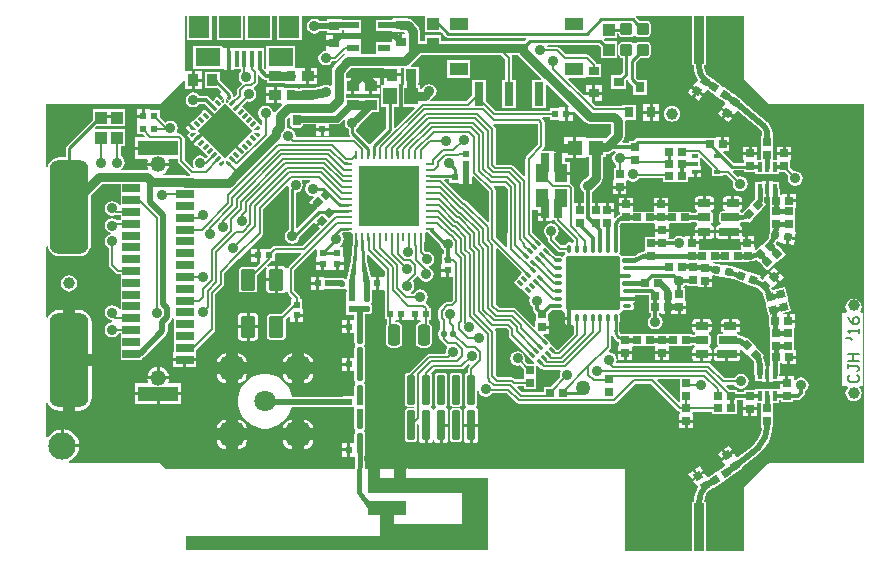
<source format=gtl>
G04 Layer_Physical_Order=1*
G04 Layer_Color=255*
%FSLAX25Y25*%
%MOIN*%
G70*
G01*
G75*
%ADD10C,0.01575*%
%ADD11C,0.01181*%
%ADD12C,0.02000*%
%ADD13C,0.01000*%
%ADD14C,0.03937*%
%ADD15O,0.03150X0.01181*%
%ADD16O,0.01181X0.03150*%
G04:AMPARAMS|DCode=17|XSize=181.1mil|YSize=181.1mil|CornerRadius=4.53mil|HoleSize=0mil|Usage=FLASHONLY|Rotation=270.000|XOffset=0mil|YOffset=0mil|HoleType=Round|Shape=RoundedRectangle|*
%AMROUNDEDRECTD17*
21,1,0.18110,0.17205,0,0,270.0*
21,1,0.17205,0.18110,0,0,270.0*
1,1,0.00906,-0.08602,-0.08602*
1,1,0.00906,-0.08602,0.08602*
1,1,0.00906,0.08602,0.08602*
1,1,0.00906,0.08602,-0.08602*
%
%ADD17ROUNDEDRECTD17*%
%ADD18R,0.02559X0.02559*%
%ADD19R,0.02559X0.02559*%
%ADD20R,0.02441X0.02441*%
%ADD21R,0.03937X0.01969*%
%ADD22R,0.01811X0.01969*%
G04:AMPARAMS|DCode=23|XSize=39.37mil|YSize=149.61mil|CornerRadius=0.98mil|HoleSize=0mil|Usage=FLASHONLY|Rotation=0.000|XOffset=0mil|YOffset=0mil|HoleType=Round|Shape=RoundedRectangle|*
%AMROUNDEDRECTD23*
21,1,0.03937,0.14764,0,0,0.0*
21,1,0.03740,0.14961,0,0,0.0*
1,1,0.00197,0.01870,-0.07382*
1,1,0.00197,-0.01870,-0.07382*
1,1,0.00197,-0.01870,0.07382*
1,1,0.00197,0.01870,0.07382*
%
%ADD23ROUNDEDRECTD23*%
G04:AMPARAMS|DCode=24|XSize=39.37mil|YSize=127.56mil|CornerRadius=0.98mil|HoleSize=0mil|Usage=FLASHONLY|Rotation=180.000|XOffset=0mil|YOffset=0mil|HoleType=Round|Shape=RoundedRectangle|*
%AMROUNDEDRECTD24*
21,1,0.03937,0.12559,0,0,180.0*
21,1,0.03740,0.12756,0,0,180.0*
1,1,0.00197,-0.01870,0.06280*
1,1,0.00197,0.01870,0.06280*
1,1,0.00197,0.01870,-0.06280*
1,1,0.00197,-0.01870,-0.06280*
%
%ADD24ROUNDEDRECTD24*%
G04:AMPARAMS|DCode=25|XSize=39.37mil|YSize=140.55mil|CornerRadius=0.98mil|HoleSize=0mil|Usage=FLASHONLY|Rotation=90.000|XOffset=0mil|YOffset=0mil|HoleType=Round|Shape=RoundedRectangle|*
%AMROUNDEDRECTD25*
21,1,0.03937,0.13858,0,0,90.0*
21,1,0.03740,0.14055,0,0,90.0*
1,1,0.00197,0.06929,0.01870*
1,1,0.00197,0.06929,-0.01870*
1,1,0.00197,-0.06929,-0.01870*
1,1,0.00197,-0.06929,0.01870*
%
%ADD25ROUNDEDRECTD25*%
G04:AMPARAMS|DCode=26|XSize=39.37mil|YSize=140.55mil|CornerRadius=0.98mil|HoleSize=0mil|Usage=FLASHONLY|Rotation=180.000|XOffset=0mil|YOffset=0mil|HoleType=Round|Shape=RoundedRectangle|*
%AMROUNDEDRECTD26*
21,1,0.03937,0.13858,0,0,180.0*
21,1,0.03740,0.14055,0,0,180.0*
1,1,0.00197,-0.01870,0.06929*
1,1,0.00197,0.01870,0.06929*
1,1,0.00197,0.01870,-0.06929*
1,1,0.00197,-0.01870,-0.06929*
%
%ADD26ROUNDEDRECTD26*%
G04:AMPARAMS|DCode=27|XSize=39.37mil|YSize=127.56mil|CornerRadius=0.98mil|HoleSize=0mil|Usage=FLASHONLY|Rotation=90.000|XOffset=0mil|YOffset=0mil|HoleType=Round|Shape=RoundedRectangle|*
%AMROUNDEDRECTD27*
21,1,0.03937,0.12559,0,0,90.0*
21,1,0.03740,0.12756,0,0,90.0*
1,1,0.00197,0.06280,0.01870*
1,1,0.00197,0.06280,-0.01870*
1,1,0.00197,-0.06280,-0.01870*
1,1,0.00197,-0.06280,0.01870*
%
%ADD27ROUNDEDRECTD27*%
G04:AMPARAMS|DCode=28|XSize=39.37mil|YSize=149.61mil|CornerRadius=0.98mil|HoleSize=0mil|Usage=FLASHONLY|Rotation=90.000|XOffset=0mil|YOffset=0mil|HoleType=Round|Shape=RoundedRectangle|*
%AMROUNDEDRECTD28*
21,1,0.03937,0.14764,0,0,90.0*
21,1,0.03740,0.14961,0,0,90.0*
1,1,0.00197,0.07382,0.01870*
1,1,0.00197,0.07382,-0.01870*
1,1,0.00197,-0.07382,-0.01870*
1,1,0.00197,-0.07382,0.01870*
%
%ADD28ROUNDEDRECTD28*%
%ADD29R,0.03543X0.03150*%
%ADD30R,0.03150X0.03543*%
%ADD31P,0.03619X4X350.0*%
%ADD32P,0.03619X4X385.0*%
%ADD33P,0.03619X4X215.0*%
%ADD34P,0.03619X4X180.0*%
%ADD35P,0.03619X4X320.0*%
%ADD36P,0.03619X4X273.0*%
%ADD37P,0.03619X4X85.0*%
%ADD38R,0.03937X0.04331*%
%ADD39P,0.03619X4X190.0*%
%ADD40P,0.03619X4X100.0*%
%ADD41R,0.02362X0.01969*%
%ADD42R,0.05906X0.02756*%
%ADD43R,0.13386X0.05118*%
%ADD44P,0.03452X4X180.0*%
%ADD45R,0.03543X0.03937*%
%ADD46R,0.04528X0.05709*%
%ADD47R,0.03543X0.03150*%
%ADD48R,0.03937X0.02362*%
%ADD49R,0.06102X0.04331*%
%ADD50R,0.03150X0.07874*%
%ADD51R,0.07480X0.07480*%
%ADD52R,0.07087X0.07480*%
%ADD53R,0.08268X0.06299*%
%ADD54R,0.01575X0.05315*%
%ADD55R,0.02441X0.02441*%
G04:AMPARAMS|DCode=56|XSize=39.37mil|YSize=70.87mil|CornerRadius=9.84mil|HoleSize=0mil|Usage=FLASHONLY|Rotation=180.000|XOffset=0mil|YOffset=0mil|HoleType=Round|Shape=RoundedRectangle|*
%AMROUNDEDRECTD56*
21,1,0.03937,0.05118,0,0,180.0*
21,1,0.01969,0.07087,0,0,180.0*
1,1,0.01969,-0.00984,0.02559*
1,1,0.01969,0.00984,0.02559*
1,1,0.01969,0.00984,-0.02559*
1,1,0.01969,-0.00984,-0.02559*
%
%ADD56ROUNDEDRECTD56*%
G04:AMPARAMS|DCode=57|XSize=9.84mil|YSize=19.69mil|CornerRadius=0mil|HoleSize=0mil|Usage=FLASHONLY|Rotation=45.000|XOffset=0mil|YOffset=0mil|HoleType=Round|Shape=Rectangle|*
%AMROTATEDRECTD57*
4,1,4,0.00348,-0.01044,-0.01044,0.00348,-0.00348,0.01044,0.01044,-0.00348,0.00348,-0.01044,0.0*
%
%ADD57ROTATEDRECTD57*%

%ADD58R,0.01969X0.01575*%
%ADD59R,0.04331X0.05906*%
%ADD60P,0.03619X4X150.0*%
%ADD61R,0.01575X0.03347*%
G04:AMPARAMS|DCode=62|XSize=43.31mil|YSize=25.59mil|CornerRadius=0.64mil|HoleSize=0mil|Usage=FLASHONLY|Rotation=180.000|XOffset=0mil|YOffset=0mil|HoleType=Round|Shape=RoundedRectangle|*
%AMROUNDEDRECTD62*
21,1,0.04331,0.02431,0,0,180.0*
21,1,0.04203,0.02559,0,0,180.0*
1,1,0.00128,-0.02101,0.01216*
1,1,0.00128,0.02101,0.01216*
1,1,0.00128,0.02101,-0.01216*
1,1,0.00128,-0.02101,-0.01216*
%
%ADD62ROUNDEDRECTD62*%
G04:AMPARAMS|DCode=63|XSize=59.06mil|YSize=25.59mil|CornerRadius=0.64mil|HoleSize=0mil|Usage=FLASHONLY|Rotation=180.000|XOffset=0mil|YOffset=0mil|HoleType=Round|Shape=RoundedRectangle|*
%AMROUNDEDRECTD63*
21,1,0.05906,0.02431,0,0,180.0*
21,1,0.05778,0.02559,0,0,180.0*
1,1,0.00128,-0.02889,0.01216*
1,1,0.00128,0.02889,0.01216*
1,1,0.00128,0.02889,-0.01216*
1,1,0.00128,-0.02889,-0.01216*
%
%ADD63ROUNDEDRECTD63*%
G04:AMPARAMS|DCode=64|XSize=66.93mil|YSize=25.59mil|CornerRadius=0.64mil|HoleSize=0mil|Usage=FLASHONLY|Rotation=180.000|XOffset=0mil|YOffset=0mil|HoleType=Round|Shape=RoundedRectangle|*
%AMROUNDEDRECTD64*
21,1,0.06693,0.02431,0,0,180.0*
21,1,0.06565,0.02559,0,0,180.0*
1,1,0.00128,-0.03283,0.01216*
1,1,0.00128,0.03283,0.01216*
1,1,0.00128,0.03283,-0.01216*
1,1,0.00128,-0.03283,-0.01216*
%
%ADD64ROUNDEDRECTD64*%
G04:AMPARAMS|DCode=65|XSize=35.43mil|YSize=157.48mil|CornerRadius=1.77mil|HoleSize=0mil|Usage=FLASHONLY|Rotation=180.000|XOffset=0mil|YOffset=0mil|HoleType=Round|Shape=RoundedRectangle|*
%AMROUNDEDRECTD65*
21,1,0.03543,0.15394,0,0,180.0*
21,1,0.03189,0.15748,0,0,180.0*
1,1,0.00354,-0.01595,0.07697*
1,1,0.00354,0.01595,0.07697*
1,1,0.00354,0.01595,-0.07697*
1,1,0.00354,-0.01595,-0.07697*
%
%ADD65ROUNDEDRECTD65*%
%ADD66P,0.03619X4X270.0*%
%ADD67R,0.05118X0.05118*%
G04:AMPARAMS|DCode=68|XSize=21.26mil|YSize=21.65mil|CornerRadius=5.32mil|HoleSize=0mil|Usage=FLASHONLY|Rotation=180.000|XOffset=0mil|YOffset=0mil|HoleType=Round|Shape=RoundedRectangle|*
%AMROUNDEDRECTD68*
21,1,0.02126,0.01102,0,0,180.0*
21,1,0.01063,0.02165,0,0,180.0*
1,1,0.01063,-0.00532,0.00551*
1,1,0.01063,0.00532,0.00551*
1,1,0.01063,0.00532,-0.00551*
1,1,0.01063,-0.00532,-0.00551*
%
%ADD68ROUNDEDRECTD68*%
G04:AMPARAMS|DCode=69|XSize=21.26mil|YSize=21.65mil|CornerRadius=5.32mil|HoleSize=0mil|Usage=FLASHONLY|Rotation=180.000|XOffset=0mil|YOffset=0mil|HoleType=Round|Shape=RoundedRectangle|*
%AMROUNDEDRECTD69*
21,1,0.02126,0.01102,0,0,180.0*
21,1,0.01063,0.02165,0,0,180.0*
1,1,0.01063,-0.00532,0.00551*
1,1,0.01063,0.00532,0.00551*
1,1,0.01063,0.00532,-0.00551*
1,1,0.01063,-0.00532,-0.00551*
%
%ADD69ROUNDEDRECTD69*%
G04:AMPARAMS|DCode=70|XSize=21.26mil|YSize=21.65mil|CornerRadius=5.32mil|HoleSize=0mil|Usage=FLASHONLY|Rotation=90.000|XOffset=0mil|YOffset=0mil|HoleType=Round|Shape=RoundedRectangle|*
%AMROUNDEDRECTD70*
21,1,0.02126,0.01102,0,0,90.0*
21,1,0.01063,0.02165,0,0,90.0*
1,1,0.01063,0.00551,0.00532*
1,1,0.01063,0.00551,-0.00532*
1,1,0.01063,-0.00551,-0.00532*
1,1,0.01063,-0.00551,0.00532*
%
%ADD70ROUNDEDRECTD70*%
G04:AMPARAMS|DCode=71|XSize=21.26mil|YSize=21.65mil|CornerRadius=5.32mil|HoleSize=0mil|Usage=FLASHONLY|Rotation=90.000|XOffset=0mil|YOffset=0mil|HoleType=Round|Shape=RoundedRectangle|*
%AMROUNDEDRECTD71*
21,1,0.02126,0.01102,0,0,90.0*
21,1,0.01063,0.02165,0,0,90.0*
1,1,0.01063,0.00551,0.00532*
1,1,0.01063,0.00551,-0.00532*
1,1,0.01063,-0.00551,-0.00532*
1,1,0.01063,-0.00551,0.00532*
%
%ADD71ROUNDEDRECTD71*%
G04:AMPARAMS|DCode=72|XSize=70.87mil|YSize=47.24mil|CornerRadius=2.36mil|HoleSize=0mil|Usage=FLASHONLY|Rotation=90.000|XOffset=0mil|YOffset=0mil|HoleType=Round|Shape=RoundedRectangle|*
%AMROUNDEDRECTD72*
21,1,0.07087,0.04252,0,0,90.0*
21,1,0.06614,0.04724,0,0,90.0*
1,1,0.00472,0.02126,0.03307*
1,1,0.00472,0.02126,-0.03307*
1,1,0.00472,-0.02126,-0.03307*
1,1,0.00472,-0.02126,0.03307*
%
%ADD72ROUNDEDRECTD72*%
G04:AMPARAMS|DCode=73|XSize=25.59mil|YSize=98.43mil|CornerRadius=1.28mil|HoleSize=0mil|Usage=FLASHONLY|Rotation=0.000|XOffset=0mil|YOffset=0mil|HoleType=Round|Shape=RoundedRectangle|*
%AMROUNDEDRECTD73*
21,1,0.02559,0.09587,0,0,0.0*
21,1,0.02303,0.09843,0,0,0.0*
1,1,0.00256,0.01152,-0.04793*
1,1,0.00256,-0.01152,-0.04793*
1,1,0.00256,-0.01152,0.04793*
1,1,0.00256,0.01152,0.04793*
%
%ADD73ROUNDEDRECTD73*%
%ADD74R,0.02756X0.03740*%
%ADD75R,0.03937X0.03543*%
%ADD76C,0.05000*%
G04:AMPARAMS|DCode=77|XSize=29.61mil|YSize=35.43mil|CornerRadius=7.4mil|HoleSize=0mil|Usage=FLASHONLY|Rotation=180.000|XOffset=0mil|YOffset=0mil|HoleType=Round|Shape=RoundedRectangle|*
%AMROUNDEDRECTD77*
21,1,0.02961,0.02063,0,0,180.0*
21,1,0.01480,0.03543,0,0,180.0*
1,1,0.01480,-0.00740,0.01032*
1,1,0.01480,0.00740,0.01032*
1,1,0.01480,0.00740,-0.01032*
1,1,0.01480,-0.00740,-0.01032*
%
%ADD77ROUNDEDRECTD77*%
G04:AMPARAMS|DCode=78|XSize=29.61mil|YSize=35.43mil|CornerRadius=7.4mil|HoleSize=0mil|Usage=FLASHONLY|Rotation=180.000|XOffset=0mil|YOffset=0mil|HoleType=Round|Shape=RoundedRectangle|*
%AMROUNDEDRECTD78*
21,1,0.02961,0.02063,0,0,180.0*
21,1,0.01480,0.03543,0,0,180.0*
1,1,0.01480,-0.00740,0.01032*
1,1,0.01480,0.00740,0.01032*
1,1,0.01480,0.00740,-0.01032*
1,1,0.01480,-0.00740,-0.01032*
%
%ADD78ROUNDEDRECTD78*%
G04:AMPARAMS|DCode=79|XSize=39.37mil|YSize=39.37mil|CornerRadius=5.91mil|HoleSize=0mil|Usage=FLASHONLY|Rotation=180.000|XOffset=0mil|YOffset=0mil|HoleType=Round|Shape=RoundedRectangle|*
%AMROUNDEDRECTD79*
21,1,0.03937,0.02756,0,0,180.0*
21,1,0.02756,0.03937,0,0,180.0*
1,1,0.01181,-0.01378,0.01378*
1,1,0.01181,0.01378,0.01378*
1,1,0.01181,0.01378,-0.01378*
1,1,0.01181,-0.01378,-0.01378*
%
%ADD79ROUNDEDRECTD79*%
%ADD80P,0.03619X4X260.0*%
%ADD81C,0.07091*%
G04:AMPARAMS|DCode=82|XSize=78.74mil|YSize=78.74mil|CornerRadius=18.9mil|HoleSize=0mil|Usage=FLASHONLY|Rotation=90.000|XOffset=0mil|YOffset=0mil|HoleType=Round|Shape=RoundedRectangle|*
%AMROUNDEDRECTD82*
21,1,0.07874,0.04095,0,0,90.0*
21,1,0.04095,0.07874,0,0,90.0*
1,1,0.03780,0.02047,0.02047*
1,1,0.03780,0.02047,-0.02047*
1,1,0.03780,-0.02047,-0.02047*
1,1,0.03780,-0.02047,0.02047*
%
%ADD82ROUNDEDRECTD82*%
G04:AMPARAMS|DCode=83|XSize=78.74mil|YSize=78.74mil|CornerRadius=18.9mil|HoleSize=0mil|Usage=FLASHONLY|Rotation=90.000|XOffset=0mil|YOffset=0mil|HoleType=Round|Shape=RoundedRectangle|*
%AMROUNDEDRECTD83*
21,1,0.07874,0.04095,0,0,90.0*
21,1,0.04095,0.07874,0,0,90.0*
1,1,0.03780,0.02047,0.02047*
1,1,0.03780,0.02047,-0.02047*
1,1,0.03780,-0.02047,-0.02047*
1,1,0.03780,-0.02047,0.02047*
%
%ADD83ROUNDEDRECTD83*%
G04:AMPARAMS|DCode=84|XSize=78.74mil|YSize=78.74mil|CornerRadius=18.9mil|HoleSize=0mil|Usage=FLASHONLY|Rotation=90.000|XOffset=0mil|YOffset=0mil|HoleType=Round|Shape=RoundedRectangle|*
%AMROUNDEDRECTD84*
21,1,0.07874,0.04095,0,0,90.0*
21,1,0.04095,0.07874,0,0,90.0*
1,1,0.03780,0.02047,0.02047*
1,1,0.03780,0.02047,-0.02047*
1,1,0.03780,-0.02047,-0.02047*
1,1,0.03780,-0.02047,0.02047*
%
%ADD84ROUNDEDRECTD84*%
G04:AMPARAMS|DCode=85|XSize=78.74mil|YSize=78.74mil|CornerRadius=18.9mil|HoleSize=0mil|Usage=FLASHONLY|Rotation=180.000|XOffset=0mil|YOffset=0mil|HoleType=Round|Shape=RoundedRectangle|*
%AMROUNDEDRECTD85*
21,1,0.07874,0.04095,0,0,180.0*
21,1,0.04095,0.07874,0,0,180.0*
1,1,0.03780,-0.02047,0.02047*
1,1,0.03780,0.02047,0.02047*
1,1,0.03780,0.02047,-0.02047*
1,1,0.03780,-0.02047,-0.02047*
%
%ADD85ROUNDEDRECTD85*%
%ADD86P,0.01670X4X270.0*%
G04:AMPARAMS|DCode=87|XSize=11.81mil|YSize=19.69mil|CornerRadius=0mil|HoleSize=0mil|Usage=FLASHONLY|Rotation=225.000|XOffset=0mil|YOffset=0mil|HoleType=Round|Shape=Rectangle|*
%AMROTATEDRECTD87*
4,1,4,-0.00278,0.01114,0.01114,-0.00278,0.00278,-0.01114,-0.01114,0.00278,-0.00278,0.01114,0.0*
%
%ADD87ROTATEDRECTD87*%

%ADD88P,0.01670X4X180.0*%
G04:AMPARAMS|DCode=89|XSize=11.81mil|YSize=19.69mil|CornerRadius=0mil|HoleSize=0mil|Usage=FLASHONLY|Rotation=135.000|XOffset=0mil|YOffset=0mil|HoleType=Round|Shape=Rectangle|*
%AMROTATEDRECTD89*
4,1,4,0.01114,0.00278,-0.00278,-0.01114,-0.01114,-0.00278,0.00278,0.01114,0.01114,0.00278,0.0*
%
%ADD89ROTATEDRECTD89*%

%ADD90P,0.18374X4X180.0*%
%ADD91O,0.00984X0.03150*%
%ADD92O,0.03150X0.00984*%
%ADD93R,0.20079X0.20276*%
%ADD94C,0.01200*%
%ADD95C,0.00800*%
%ADD96C,0.00700*%
%ADD97C,0.03150*%
%ADD98C,0.02362*%
%ADD99C,0.01969*%
%ADD100C,0.02953*%
%ADD101C,0.02500*%
%ADD102R,0.03937X0.03439*%
%ADD103R,0.01800X0.03339*%
%ADD104R,0.14384X0.01900*%
%ADD105C,0.05200*%
G04:AMPARAMS|DCode=106|XSize=86.61mil|YSize=173.23mil|CornerRadius=4.33mil|HoleSize=0mil|Usage=FLASHONLY|Rotation=180.000|XOffset=0mil|YOffset=0mil|HoleType=Round|Shape=RoundedRectangle|*
%AMROUNDEDRECTD106*
21,1,0.08661,0.16457,0,0,180.0*
21,1,0.07795,0.17323,0,0,180.0*
1,1,0.00866,-0.03898,0.08228*
1,1,0.00866,0.03898,0.08228*
1,1,0.00866,0.03898,-0.08228*
1,1,0.00866,-0.03898,-0.08228*
%
%ADD106ROUNDEDRECTD106*%
G04:AMPARAMS|DCode=107|XSize=129.92mil|YSize=314.96mil|CornerRadius=32.48mil|HoleSize=0mil|Usage=FLASHONLY|Rotation=0.000|XOffset=0mil|YOffset=0mil|HoleType=Round|Shape=RoundedRectangle|*
%AMROUNDEDRECTD107*
21,1,0.12992,0.25000,0,0,0.0*
21,1,0.06496,0.31496,0,0,0.0*
1,1,0.06496,0.03248,-0.12500*
1,1,0.06496,-0.03248,-0.12500*
1,1,0.06496,-0.03248,0.12500*
1,1,0.06496,0.03248,0.12500*
%
%ADD107ROUNDEDRECTD107*%
%ADD108C,0.09100*%
%ADD109C,0.03500*%
G36*
X165813Y-28375D02*
X165813D01*
X166220Y-28598D01*
X166329Y-28670D01*
X166758Y-28755D01*
X172282D01*
X172549Y-29255D01*
X172322Y-29594D01*
X172132Y-30550D01*
X172284Y-31311D01*
X169074Y-34521D01*
X166955D01*
Y-36278D01*
X159565D01*
X157935Y-34649D01*
X158126Y-34187D01*
X160421D01*
Y-35045D01*
X164380D01*
Y-31086D01*
X164380D01*
Y-30714D01*
X164380D01*
Y-27595D01*
X164841Y-27403D01*
X165813Y-28375D01*
D02*
G37*
G36*
X82235Y55103D02*
Y53297D01*
X82347Y52735D01*
X82665Y52258D01*
X83142Y51940D01*
X83704Y51828D01*
X85184D01*
X85746Y51940D01*
X86222Y52258D01*
X86541Y52735D01*
X86604Y53054D01*
X90780D01*
Y51928D01*
X93000D01*
X95221D01*
Y53054D01*
X97772D01*
X97772Y53054D01*
X98506Y53200D01*
X99128Y53615D01*
X100337Y54825D01*
X100726Y54506D01*
X100692Y54456D01*
X100502Y53500D01*
X100692Y52544D01*
X101234Y51734D01*
X101777Y51371D01*
Y50249D01*
X101870Y49780D01*
X102135Y49384D01*
X102385Y49134D01*
X102194Y48672D01*
X84487D01*
X84170Y49058D01*
X84198Y49200D01*
X84008Y50156D01*
X83466Y50966D01*
X82656Y51508D01*
X81700Y51698D01*
X81480Y51654D01*
X81121Y52093D01*
Y53198D01*
X81140Y53297D01*
Y54715D01*
X81735Y55310D01*
X82235Y55103D01*
D02*
G37*
G36*
X61915Y40546D02*
X61080Y39711D01*
Y40824D01*
X61359Y41103D01*
X61915Y40546D01*
D02*
G37*
G36*
X150234Y53282D02*
X164708D01*
X164875Y53114D01*
Y46161D01*
X161057Y42343D01*
X160814Y41979D01*
X160728Y41550D01*
X160728Y41550D01*
Y35897D01*
X160266Y35706D01*
X156679Y39293D01*
X156315Y39536D01*
X155886Y39622D01*
X155886Y39622D01*
X151150D01*
X150842Y39929D01*
Y51395D01*
X150842Y51395D01*
X150757Y51824D01*
X150514Y52188D01*
X150514Y52188D01*
X149855Y52847D01*
X150101Y53308D01*
X150234Y53282D01*
D02*
G37*
G36*
X60245Y40824D02*
Y39711D01*
X59410Y40546D01*
X59967Y41103D01*
X60245Y40824D01*
D02*
G37*
G36*
X212320Y-35314D02*
X212320D01*
Y-35686D01*
X212320D01*
Y-39327D01*
X211821Y-39534D01*
X204570Y-32283D01*
X204761Y-31822D01*
X212320D01*
Y-35314D01*
D02*
G37*
G36*
X71659Y51125D02*
X70545D01*
X70267Y51403D01*
X70824Y51960D01*
X71659Y51125D01*
D02*
G37*
G36*
X158360Y75960D02*
X165969Y68351D01*
X165778Y67889D01*
X162905D01*
Y58615D01*
X167455D01*
Y66212D01*
X167917Y66403D01*
X175137Y59182D01*
X174946Y58720D01*
X174772D01*
Y57000D01*
X176492D01*
Y57174D01*
X176954Y57366D01*
X180460Y53860D01*
X181212Y53357D01*
X182100Y53181D01*
X189239D01*
X189281Y53139D01*
Y50107D01*
X187928Y48755D01*
X187502Y48559D01*
Y48559D01*
X187502Y48559D01*
X181091D01*
X180716Y48859D01*
X180716Y48859D01*
X180716Y48859D01*
X177657D01*
Y45300D01*
Y41741D01*
X180716D01*
Y41741D01*
X180984Y42041D01*
X181881D01*
Y36161D01*
X180495Y34775D01*
X179734Y34266D01*
X179192Y33456D01*
X179002Y32500D01*
X179192Y31544D01*
X179734Y30734D01*
X180284Y30366D01*
Y26745D01*
X179334D01*
Y24465D01*
X178334D01*
Y26745D01*
X176931D01*
Y31829D01*
X176931Y31829D01*
X176846Y32258D01*
X176602Y32622D01*
X175931Y33293D01*
X175709Y33441D01*
Y36188D01*
X172544D01*
Y37188D01*
X175709D01*
Y40641D01*
X173839D01*
Y41741D01*
X176657D01*
Y44800D01*
X173598D01*
Y44302D01*
X172060D01*
Y42023D01*
X171060D01*
Y44302D01*
X169280D01*
X169208Y44002D01*
X167272D01*
X167229Y44011D01*
X167185Y44002D01*
X166542D01*
X166350Y44464D01*
X166790Y44904D01*
X166790Y44904D01*
X167033Y45268D01*
X167119Y45697D01*
X167119Y45697D01*
Y53579D01*
X167119Y53579D01*
X167033Y54008D01*
X166790Y54372D01*
X166790Y54372D01*
X166232Y54929D01*
X166439Y55429D01*
X168808D01*
Y54580D01*
X172051D01*
Y54280D01*
X173772D01*
Y56500D01*
Y58720D01*
X172051D01*
Y58420D01*
X168808D01*
Y57571D01*
X150631D01*
X147455Y60747D01*
Y67889D01*
X142905D01*
Y62491D01*
X141085Y60671D01*
X129258D01*
X129051Y61171D01*
X129605Y61725D01*
X130366Y62234D01*
X130908Y63044D01*
X131098Y64000D01*
X130908Y64956D01*
X130366Y65766D01*
X129556Y66308D01*
X128600Y66498D01*
X127644Y66308D01*
X126834Y65766D01*
X126325Y65005D01*
X126207Y64887D01*
X125707Y64983D01*
Y66054D01*
X124969D01*
Y66831D01*
X125121D01*
Y72168D01*
X122694D01*
X122486Y72668D01*
X125999Y76181D01*
X152533D01*
X154058Y74655D01*
Y67889D01*
X152905D01*
Y58615D01*
X157455D01*
Y67889D01*
X156301D01*
Y75120D01*
X156216Y75549D01*
X156128Y75681D01*
X156396Y76181D01*
X158212D01*
X158360Y75960D01*
D02*
G37*
G36*
X51058Y51403D02*
X50780Y51125D01*
X49666D01*
X50501Y51960D01*
X51058Y51403D01*
D02*
G37*
G36*
Y50011D02*
X50501Y49455D01*
X49666Y50290D01*
X50780D01*
X51058Y50011D01*
D02*
G37*
G36*
X70824Y49455D02*
X70267Y50011D01*
X70545Y50290D01*
X71659D01*
X70824Y49455D01*
D02*
G37*
G36*
X148590Y30524D02*
Y20529D01*
X148128Y20337D01*
X141123Y27343D01*
X140759Y27586D01*
X140330Y27672D01*
X140330Y27672D01*
X140315D01*
X133711Y34275D01*
X133902Y34737D01*
X135308D01*
Y33579D01*
X138551D01*
Y33279D01*
X140272D01*
Y35500D01*
X141272D01*
Y33279D01*
X142992D01*
Y35469D01*
X143454Y35660D01*
X148590Y30524D01*
D02*
G37*
G36*
X159426Y3680D02*
X159406Y2993D01*
X158317Y1905D01*
X156925Y513D01*
X159307Y-1869D01*
X159431Y-1993D01*
X161813Y-4375D01*
X161888Y-4300D01*
X162276Y-4618D01*
X162192Y-4744D01*
X162002Y-5700D01*
X162192Y-6656D01*
X162734Y-7466D01*
X163184Y-7767D01*
Y-8497D01*
X163284Y-9001D01*
X163570Y-9428D01*
X164320Y-10178D01*
Y-12276D01*
X164020Y-12348D01*
Y-14223D01*
X163558Y-14414D01*
X161707Y-12563D01*
X161693Y-12543D01*
X161693Y-12543D01*
X157657Y-8507D01*
X157293Y-8264D01*
X156864Y-8178D01*
X156864Y-8178D01*
X152065D01*
X150853Y-6967D01*
Y11599D01*
X151315Y11791D01*
X159426Y3680D01*
D02*
G37*
G36*
X173124Y-9144D02*
X173129Y-9169D01*
X173450Y-9650D01*
X173931Y-9971D01*
X173835Y-10462D01*
X173801Y-10630D01*
Y-11114D01*
X175423D01*
Y-11614D01*
X175923D01*
Y-14121D01*
X176043Y-14097D01*
X176360Y-13885D01*
X176860Y-14141D01*
Y-16847D01*
X171595Y-22112D01*
X171274D01*
X169293Y-20131D01*
X169293Y-20131D01*
X168939Y-19777D01*
X166787Y-17625D01*
X166668Y-17392D01*
X166929Y-16907D01*
X168579D01*
Y-15127D01*
X166299D01*
Y-14127D01*
X168579D01*
Y-12348D01*
X168279Y-12276D01*
Y-10178D01*
X169463Y-8993D01*
X172470D01*
X172974Y-8893D01*
X173124Y-9144D01*
D02*
G37*
G36*
X127756Y17029D02*
X128341D01*
X132335Y13035D01*
X132492Y12244D01*
X133034Y11434D01*
X133475Y11139D01*
Y9892D01*
X132879D01*
Y6649D01*
X132580D01*
Y4928D01*
X134800D01*
Y4428D01*
X135300D01*
Y2208D01*
X136528D01*
Y-5416D01*
X135816Y-6129D01*
X134620D01*
X134619Y-6128D01*
X134190Y-6214D01*
X133826Y-6457D01*
X133826Y-6457D01*
X132057Y-8226D01*
X131814Y-8590D01*
X131728Y-9020D01*
X131728Y-9020D01*
Y-11381D01*
X131728Y-11381D01*
X131814Y-11810D01*
X132057Y-12174D01*
X132404Y-12520D01*
Y-15168D01*
X132086Y-15381D01*
X131814Y-15788D01*
X131718Y-16269D01*
Y-17332D01*
X131814Y-17812D01*
X132086Y-18219D01*
X132405Y-18432D01*
X132489Y-18854D01*
X132732Y-19218D01*
X134107Y-20593D01*
X134397Y-20787D01*
X134497Y-20941D01*
X134607Y-21373D01*
X134292Y-21844D01*
X134102Y-22800D01*
X134140Y-22992D01*
X133823Y-23379D01*
X128692D01*
X128262Y-23464D01*
X127899Y-23707D01*
X127899Y-23707D01*
X121849Y-29757D01*
X121448D01*
X121125Y-29821D01*
X120852Y-30004D01*
X120668Y-30278D01*
X120604Y-30601D01*
Y-40188D01*
X120668Y-40511D01*
X120852Y-40785D01*
X121125Y-40968D01*
X121448Y-41032D01*
X123746D01*
X123752Y-41060D01*
Y-41070D01*
X123263Y-41568D01*
X121448D01*
X121125Y-41632D01*
X120852Y-41815D01*
X120668Y-42089D01*
X120604Y-42412D01*
Y-51999D01*
X120668Y-52322D01*
X120852Y-52596D01*
X121125Y-52779D01*
X121448Y-52843D01*
X123752D01*
X124075Y-52779D01*
X124348Y-52596D01*
X124531Y-52322D01*
X124596Y-51999D01*
Y-46968D01*
X124798Y-46812D01*
X125298Y-47059D01*
Y-51999D01*
X125386Y-52439D01*
X125635Y-52812D01*
X126008Y-53061D01*
X126448Y-53149D01*
X127100D01*
Y-47205D01*
X128100D01*
Y-53149D01*
X128752D01*
X129192Y-53061D01*
X129565Y-52812D01*
X129814Y-52439D01*
X129845Y-52283D01*
X130355D01*
X130386Y-52439D01*
X130635Y-52812D01*
X131008Y-53061D01*
X131448Y-53149D01*
X132100D01*
Y-47205D01*
X132600D01*
Y-46705D01*
X134902D01*
Y-42412D01*
X134814Y-41972D01*
X134565Y-41599D01*
X134267Y-41400D01*
X134225Y-41056D01*
X134249Y-40851D01*
X134348Y-40785D01*
X134531Y-40511D01*
X134596Y-40188D01*
Y-30601D01*
X134531Y-30278D01*
X134348Y-30004D01*
X134075Y-29821D01*
X133752Y-29757D01*
X131448D01*
X131125Y-29821D01*
X130851Y-30004D01*
X130668Y-30278D01*
X130604Y-30601D01*
Y-40188D01*
X130668Y-40511D01*
X130851Y-40785D01*
X130951Y-40851D01*
X130975Y-41056D01*
X130932Y-41400D01*
X130635Y-41599D01*
X130386Y-41972D01*
X130355Y-42128D01*
X129845D01*
X129814Y-41972D01*
X129565Y-41599D01*
X129268Y-41400D01*
X129225Y-41056D01*
X129249Y-40851D01*
X129349Y-40785D01*
X129532Y-40511D01*
X129596Y-40188D01*
Y-30601D01*
X129532Y-30278D01*
X129349Y-30004D01*
X129325Y-29761D01*
X130465Y-28622D01*
X139400D01*
X139400Y-28622D01*
X139829Y-28536D01*
X140193Y-28293D01*
X141831Y-26655D01*
X142089Y-26718D01*
X142243Y-27271D01*
X141807Y-27707D01*
X141564Y-28071D01*
X141478Y-28500D01*
X141478Y-28500D01*
Y-29757D01*
X141448D01*
X141125Y-29821D01*
X140851Y-30004D01*
X140668Y-30278D01*
X140604Y-30601D01*
Y-40188D01*
X140668Y-40511D01*
X140851Y-40785D01*
X140951Y-40851D01*
X140975Y-41056D01*
X140933Y-41400D01*
X140635Y-41599D01*
X140386Y-41972D01*
X140298Y-42412D01*
Y-46705D01*
X144902D01*
Y-42412D01*
X144814Y-41972D01*
X144565Y-41599D01*
X144267Y-41400D01*
X144225Y-41056D01*
X144249Y-40851D01*
X144349Y-40785D01*
X144532Y-40511D01*
X144596Y-40188D01*
Y-35814D01*
X145096Y-35765D01*
X145192Y-36249D01*
X145734Y-37060D01*
X146544Y-37601D01*
X147500Y-37791D01*
X148456Y-37601D01*
X149266Y-37060D01*
X149626Y-36522D01*
X154514D01*
X157686Y-39693D01*
X157686Y-39693D01*
X158049Y-39936D01*
X158479Y-40022D01*
X158479Y-40022D01*
X190180D01*
X190180Y-40022D01*
X190609Y-39936D01*
X190973Y-39693D01*
X197245Y-33422D01*
X202535D01*
X211507Y-42393D01*
X211507Y-42393D01*
X211871Y-42636D01*
X212300Y-42722D01*
X212320Y-43196D01*
Y-43310D01*
X212020Y-43686D01*
X212020Y-43990D01*
Y-45465D01*
X214300D01*
X216580D01*
Y-43990D01*
X216580Y-43686D01*
X216280Y-43310D01*
Y-43075D01*
X216633Y-42722D01*
X222955D01*
Y-43580D01*
X226914D01*
Y-43580D01*
X227286D01*
Y-43580D01*
X231245D01*
Y-39621D01*
X231345Y-39579D01*
Y-38960D01*
X233269D01*
X233328Y-39460D01*
X233221Y-39486D01*
Y-41265D01*
X235500D01*
X237779D01*
Y-39977D01*
X239421D01*
Y-43486D01*
X239420Y-43986D01*
X239420Y-44114D01*
Y-47945D01*
X239420D01*
X239611Y-48156D01*
X239531Y-48975D01*
X239059Y-50530D01*
X238293Y-51964D01*
X237312Y-53159D01*
X237245Y-53203D01*
X235167Y-55282D01*
X231609Y-57900D01*
X231014Y-57717D01*
X230112Y-56428D01*
X228245Y-57736D01*
X226378Y-59043D01*
X227188Y-60201D01*
X227398Y-60501D01*
X227111Y-60865D01*
X224813Y-62474D01*
X224403Y-62761D01*
X224298Y-62835D01*
X221872Y-64534D01*
X221219Y-64381D01*
X220412Y-63228D01*
X218545Y-64536D01*
X216677Y-65843D01*
X217524Y-67052D01*
X217698Y-67301D01*
X218108Y-67422D01*
X218157Y-67492D01*
X218346Y-67881D01*
X217546Y-69379D01*
X217030Y-71078D01*
X216867Y-72736D01*
X216663Y-72777D01*
X216373Y-72971D01*
X216179Y-73261D01*
X216111Y-73603D01*
Y-88997D01*
X215920Y-89229D01*
X194000D01*
Y-61900D01*
X121488D01*
Y-61782D01*
X121433Y-61509D01*
X121279Y-61277D01*
X121047Y-61123D01*
X120774Y-61068D01*
X116837D01*
X116564Y-61123D01*
X116332Y-61277D01*
X116178Y-61509D01*
X116123Y-61782D01*
Y-61900D01*
X112826D01*
Y-61782D01*
X112772Y-61509D01*
X112617Y-61277D01*
X112386Y-61123D01*
X112113Y-61068D01*
X108176D01*
X107903Y-61123D01*
X107671Y-61277D01*
X107614Y-61363D01*
X107114Y-61211D01*
Y-59900D01*
X107104Y-59851D01*
Y-59113D01*
X106994D01*
Y-57395D01*
X107372D01*
Y-53554D01*
X107159D01*
Y-51703D01*
X107239Y-51301D01*
Y-50198D01*
X107143Y-49718D01*
X106871Y-49310D01*
Y-49039D01*
X107143Y-48632D01*
X107239Y-48151D01*
Y-47049D01*
X107159Y-46646D01*
Y-44867D01*
X107372D01*
Y-41320D01*
X107392D01*
Y-37479D01*
X107169D01*
Y-35642D01*
X107242Y-35276D01*
Y-34173D01*
X107147Y-33693D01*
X106874Y-33285D01*
Y-33014D01*
X107147Y-32606D01*
X107242Y-32126D01*
Y-31023D01*
X107162Y-30623D01*
Y-28848D01*
X107377D01*
Y-25007D01*
X107185D01*
Y-23086D01*
X107242Y-22801D01*
Y-21699D01*
X107147Y-21218D01*
X106874Y-20811D01*
Y-20539D01*
X107147Y-20132D01*
X107242Y-19651D01*
Y-18549D01*
X107178Y-18229D01*
Y-16310D01*
X107375D01*
Y-12469D01*
X107171D01*
Y-10386D01*
X107337Y-10250D01*
X108400D01*
X108881Y-10154D01*
X109288Y-9882D01*
X109560Y-9475D01*
X109656Y-8994D01*
Y-7892D01*
X109560Y-7412D01*
X109288Y-7004D01*
Y-6733D01*
X109560Y-6325D01*
X109656Y-5845D01*
Y-4742D01*
X109586Y-4390D01*
Y-2175D01*
X110912D01*
Y46D01*
Y2266D01*
X109361D01*
X108088Y7521D01*
X107910Y9607D01*
X108363Y9817D01*
X113878Y4302D01*
Y2664D01*
X113632Y2266D01*
X111912D01*
Y46D01*
Y-2175D01*
X113632D01*
X113878Y-2573D01*
Y-8137D01*
X113790D01*
Y-11978D01*
X114589D01*
Y-13644D01*
X114390Y-13942D01*
X114259Y-14599D01*
Y-19717D01*
X114390Y-20374D01*
X114762Y-20931D01*
X115319Y-21303D01*
X115977Y-21434D01*
X117945D01*
X118602Y-21303D01*
X119159Y-20931D01*
X119532Y-20374D01*
X119662Y-19717D01*
Y-14599D01*
X119532Y-13942D01*
X119159Y-13385D01*
X118602Y-13012D01*
X117945Y-12881D01*
X117297D01*
X117232Y-12778D01*
X117509Y-12278D01*
X118754D01*
Y-10058D01*
X119754D01*
Y-12278D01*
X121474D01*
Y-12278D01*
X121708Y-12320D01*
Y-12320D01*
X123428D01*
Y-10100D01*
X124428D01*
Y-12320D01*
X125626D01*
X125903Y-12821D01*
X125865Y-12881D01*
X125819D01*
X125162Y-13012D01*
X124605Y-13385D01*
X124232Y-13942D01*
X124102Y-14599D01*
Y-19717D01*
X124232Y-20374D01*
X124605Y-20931D01*
X125162Y-21303D01*
X125819Y-21434D01*
X127788D01*
X128445Y-21303D01*
X129002Y-20931D01*
X129374Y-20374D01*
X129505Y-19717D01*
Y-14599D01*
X129374Y-13942D01*
X129002Y-13385D01*
X128593Y-13111D01*
Y-12021D01*
X129392D01*
Y-8179D01*
X129108D01*
X128622Y-8100D01*
X128536Y-7671D01*
X128293Y-7307D01*
X127699Y-6713D01*
X127561Y-6448D01*
X127634Y-6016D01*
X128008Y-5456D01*
X128198Y-4500D01*
X128008Y-3544D01*
X127466Y-2734D01*
X126656Y-2192D01*
X125700Y-2002D01*
X124744Y-2192D01*
X123934Y-2734D01*
X123503Y-3379D01*
X122651D01*
X122499Y-2878D01*
X122966Y-2566D01*
X123508Y-1756D01*
X123698Y-800D01*
X123508Y156D01*
X123092Y778D01*
X124712Y2398D01*
X124920Y2387D01*
X125246Y2275D01*
X125292Y2044D01*
X125834Y1234D01*
X126644Y692D01*
X127600Y502D01*
X128556Y692D01*
X129366Y1234D01*
X129908Y2044D01*
X130098Y3000D01*
X129908Y3956D01*
X129366Y4766D01*
X128654Y5242D01*
X128669Y5647D01*
X128707Y5762D01*
X128856Y5792D01*
X129666Y6334D01*
X130208Y7144D01*
X130398Y8100D01*
X130208Y9056D01*
X129666Y9866D01*
X128856Y10408D01*
X127900Y10598D01*
X127496Y10518D01*
X127055Y10959D01*
Y13763D01*
X127108Y13842D01*
X127200Y14307D01*
Y16472D01*
X127165Y16650D01*
X127579Y17064D01*
X127756Y17029D01*
D02*
G37*
G36*
X103921Y382D02*
X101760Y383D01*
X103263Y7406D01*
X103837Y14370D01*
X104823Y14372D01*
X103921Y382D01*
D02*
G37*
G36*
X107382Y7406D02*
X109082Y385D01*
X106650D01*
X105813Y14381D01*
X106786D01*
X107382Y7406D01*
D02*
G37*
G36*
X25764Y29639D02*
Y26105D01*
X25523Y26026D01*
X25264Y26022D01*
X24766Y26766D01*
X23956Y27308D01*
X23000Y27498D01*
X22044Y27308D01*
X21234Y26766D01*
X20692Y25956D01*
X20502Y25000D01*
X20692Y24044D01*
X21234Y23234D01*
X22044Y22692D01*
X23000Y22502D01*
X23956Y22692D01*
X24095Y22785D01*
X24157Y22772D01*
X24157Y22772D01*
X25764D01*
Y21027D01*
X24792D01*
X24766Y21066D01*
X23956Y21608D01*
X23000Y21798D01*
X22044Y21608D01*
X21234Y21066D01*
X20692Y20256D01*
X20502Y19300D01*
X20692Y18344D01*
X21234Y17534D01*
X22044Y16992D01*
X22483Y16905D01*
Y16395D01*
X22044Y16308D01*
X21234Y15766D01*
X20692Y14956D01*
X20502Y14000D01*
X20692Y13044D01*
X21234Y12234D01*
X21879Y11803D01*
Y6200D01*
X21878Y6200D01*
X21964Y5771D01*
X22207Y5407D01*
X24249Y3365D01*
X24249Y3365D01*
X24613Y3122D01*
X25042Y3036D01*
X25764D01*
Y-1857D01*
Y-5794D01*
Y-8595D01*
X25523Y-8674D01*
X25264Y-8678D01*
X24766Y-7934D01*
X23956Y-7392D01*
X23000Y-7202D01*
X22044Y-7392D01*
X21234Y-7934D01*
X20692Y-8744D01*
X20502Y-9700D01*
X20692Y-10656D01*
X21234Y-11466D01*
X22044Y-12008D01*
X22780Y-12154D01*
X22977Y-12434D01*
X22773Y-12947D01*
X22044Y-13092D01*
X21234Y-13634D01*
X20692Y-14444D01*
X20502Y-15400D01*
X20692Y-16356D01*
X21234Y-17166D01*
X22044Y-17708D01*
X23000Y-17898D01*
X23956Y-17708D01*
X24766Y-17166D01*
X25197Y-16522D01*
X25764D01*
Y-21542D01*
Y-25479D01*
X33070D01*
Y-24874D01*
X33441Y-24627D01*
X40926Y-17142D01*
X41301Y-16579D01*
X41433Y-15916D01*
Y-13497D01*
X42576Y-12355D01*
X42951Y-11792D01*
X42980Y-11648D01*
X43480Y-11698D01*
Y-15636D01*
Y-19573D01*
Y-22991D01*
X43180D01*
Y-24869D01*
X47133D01*
X51086D01*
Y-22991D01*
X50786D01*
Y-22275D01*
X50861Y-22225D01*
X57093Y-15993D01*
X57093Y-15993D01*
X57336Y-15629D01*
X57422Y-15200D01*
X57422Y-15200D01*
Y-3638D01*
X60043Y-1016D01*
X60286Y-652D01*
X60372Y-223D01*
X60372Y-223D01*
Y3485D01*
X65082Y8196D01*
X65174Y8257D01*
X72893Y15976D01*
X72893Y15976D01*
X73136Y16340D01*
X73222Y16770D01*
X73222Y16770D01*
Y24661D01*
X81120Y32560D01*
X81663Y32395D01*
X81792Y31744D01*
X81833Y31683D01*
X81827Y31650D01*
Y17829D01*
X81284Y17466D01*
X80742Y16656D01*
X80552Y15700D01*
X80742Y14744D01*
X81284Y13934D01*
X82094Y13392D01*
X83050Y13202D01*
X84006Y13392D01*
X84816Y13934D01*
X85358Y14744D01*
X85548Y15700D01*
X85512Y15882D01*
X90142Y20512D01*
X90924Y19731D01*
X92494Y21301D01*
X93201Y20594D01*
X91631Y19024D01*
X92284Y18370D01*
X86435Y12522D01*
X77172D01*
X77172Y12522D01*
X76743Y12436D01*
X76379Y12193D01*
X76379Y12193D01*
X75506Y11321D01*
X73849D01*
Y11620D01*
X72128D01*
Y9400D01*
Y6729D01*
X72133Y6718D01*
X70846Y5430D01*
X70779Y5475D01*
X70414Y5548D01*
X66162D01*
X65797Y5475D01*
X65487Y5268D01*
X65280Y4958D01*
X65207Y4593D01*
Y-2021D01*
X65280Y-2386D01*
X65487Y-2696D01*
X65797Y-2903D01*
X66162Y-2976D01*
X70414D01*
X70779Y-2903D01*
X71089Y-2696D01*
X71296Y-2386D01*
X71368Y-2021D01*
Y2781D01*
X74210Y5622D01*
X74598Y5304D01*
X74446Y5076D01*
X74350Y4593D01*
Y1786D01*
X77237D01*
Y5854D01*
X75611D01*
X75128Y5758D01*
X74900Y5605D01*
X74581Y5994D01*
X75965Y7377D01*
X75965Y7377D01*
X76033Y7480D01*
X77092D01*
Y9734D01*
X77636Y10278D01*
X85839D01*
X86030Y9816D01*
X81807Y5593D01*
X81564Y5229D01*
X81535Y5085D01*
X81044Y5076D01*
X81024Y5080D01*
X80754Y5485D01*
X80345Y5758D01*
X79862Y5854D01*
X78237D01*
Y1286D01*
Y-3281D01*
X79862D01*
X80345Y-3185D01*
X80754Y-2912D01*
X80768Y-2891D01*
X81399Y-2827D01*
X81478Y-2900D01*
X81564Y-3329D01*
X81807Y-3693D01*
X82860Y-4746D01*
X82669Y-5208D01*
X82579D01*
Y-7009D01*
X79389Y-10200D01*
X75611D01*
X75245Y-10273D01*
X74936Y-10480D01*
X74729Y-10790D01*
X74656Y-11155D01*
Y-17769D01*
X74729Y-18134D01*
X74936Y-18444D01*
X75245Y-18651D01*
X75611Y-18723D01*
X79862D01*
X80228Y-18651D01*
X80537Y-18444D01*
X80744Y-18134D01*
X80817Y-17769D01*
Y-11944D01*
X81818Y-10944D01*
X82279Y-11135D01*
Y-12892D01*
X84000D01*
Y-10672D01*
X84500D01*
Y-10172D01*
X86721D01*
Y-8451D01*
X86421D01*
Y-5208D01*
X85905D01*
X85622Y-4800D01*
X85536Y-4371D01*
X85293Y-4007D01*
X85293Y-4007D01*
X83722Y-2435D01*
Y4335D01*
X90808Y11422D01*
X91270Y11230D01*
Y8854D01*
X90970D01*
Y7134D01*
X93190D01*
Y6634D01*
X93690D01*
Y4413D01*
X95411D01*
Y4413D01*
X95864Y4410D01*
Y4410D01*
X95909Y4410D01*
X97584D01*
Y6630D01*
X98084D01*
Y7130D01*
X100304D01*
Y8851D01*
X100004D01*
Y12094D01*
X98960D01*
X98808Y12594D01*
X99466Y13034D01*
X100008Y13844D01*
X100198Y14800D01*
X100008Y15756D01*
X99466Y16566D01*
X99462Y16614D01*
X99831Y17020D01*
X101477D01*
X101517Y17029D01*
X102559D01*
X102737Y17064D01*
X103151Y16650D01*
X103116Y16472D01*
Y14307D01*
X103116Y14306D01*
X102556Y7511D01*
X101324Y1760D01*
X100764Y1532D01*
X100725Y1559D01*
X100245Y1654D01*
X99875D01*
X99561Y1717D01*
X96968D01*
Y1920D01*
X93724D01*
Y2220D01*
X92004D01*
Y-1D01*
Y-2221D01*
X93724D01*
Y-1921D01*
X96968D01*
Y-1718D01*
X98502D01*
X98662Y-1825D01*
X99142Y-1920D01*
X100245D01*
X100628Y-1844D01*
X101128Y-2111D01*
Y-2981D01*
X100925D01*
Y-6822D01*
Y-10365D01*
X103737D01*
Y-12169D01*
X102411D01*
Y-14390D01*
Y-16610D01*
X103744D01*
Y-18167D01*
X103668Y-18549D01*
Y-19651D01*
X103763Y-20132D01*
X104035Y-20539D01*
Y-20811D01*
X103763Y-21218D01*
X103668Y-21699D01*
Y-22801D01*
X103751Y-23219D01*
Y-24707D01*
X102414D01*
Y-26928D01*
Y-29148D01*
X103728D01*
Y-30721D01*
X103668Y-31023D01*
Y-32126D01*
X103763Y-32606D01*
X104036Y-33014D01*
Y-33285D01*
X103763Y-33693D01*
X103668Y-34173D01*
Y-35276D01*
X103735Y-35611D01*
Y-37479D01*
X100008D01*
Y-37683D01*
X82811D01*
X82607Y-36659D01*
X81924Y-35011D01*
X80934Y-33528D01*
X79672Y-32266D01*
X78189Y-31275D01*
X76541Y-30593D01*
X74792Y-30245D01*
X73008D01*
X71259Y-30593D01*
X69611Y-31275D01*
X68128Y-32266D01*
X66866Y-33528D01*
X65876Y-35011D01*
X65193Y-36659D01*
X64845Y-38408D01*
Y-40192D01*
X65193Y-41941D01*
X65876Y-43589D01*
X66866Y-45072D01*
X68128Y-46334D01*
X69611Y-47324D01*
X71259Y-48007D01*
X73008Y-48355D01*
X74792D01*
X76541Y-48007D01*
X78189Y-47324D01*
X79672Y-46334D01*
X80934Y-45072D01*
X81924Y-43589D01*
X82607Y-41941D01*
X82771Y-41117D01*
X100008D01*
Y-41320D01*
X103531D01*
Y-44867D01*
X103724D01*
Y-46749D01*
X103665Y-47049D01*
Y-48151D01*
X103760Y-48632D01*
X104033Y-49039D01*
Y-49310D01*
X103760Y-49718D01*
X103665Y-50198D01*
Y-51301D01*
X103724Y-51600D01*
Y-53254D01*
X102409D01*
Y-55475D01*
Y-57695D01*
X103961D01*
Y-59113D01*
X103893D01*
Y-59867D01*
X103886Y-59900D01*
Y-61746D01*
X103879Y-61782D01*
Y-61900D01*
X41014D01*
X39157Y-60043D01*
X38810Y-59811D01*
X38400Y-59729D01*
X8619D01*
X8519Y-59229D01*
X9199Y-58948D01*
X10358Y-58058D01*
X11248Y-56899D01*
X11807Y-55549D01*
X11932Y-54600D01*
X6400D01*
Y-54100D01*
X5900D01*
Y-48568D01*
X4951Y-48693D01*
X3601Y-49252D01*
X2442Y-50142D01*
X1571Y-51277D01*
X1540Y-51279D01*
X1071Y-51016D01*
Y-39920D01*
X1571Y-39821D01*
X1741Y-40233D01*
X2422Y-41120D01*
X3310Y-41801D01*
X4343Y-42229D01*
X5452Y-42375D01*
X6700D01*
Y-25591D01*
Y-8806D01*
X5452D01*
X4343Y-8952D01*
X3310Y-9380D01*
X2422Y-10061D01*
X1741Y-10948D01*
X1571Y-11360D01*
X1071Y-11261D01*
Y0D01*
Y12293D01*
X1571Y12326D01*
X1606Y12060D01*
X2003Y11100D01*
X2636Y10275D01*
X3461Y9642D01*
X4421Y9244D01*
X5452Y9109D01*
X11948D01*
X12979Y9244D01*
X13939Y9642D01*
X14764Y10275D01*
X15397Y11100D01*
X15794Y12060D01*
X15930Y13091D01*
Y29541D01*
X19440Y33050D01*
X25764D01*
Y29639D01*
D02*
G37*
G36*
X155278Y-15665D02*
Y-17276D01*
X155278Y-17276D01*
X155364Y-17705D01*
X155607Y-18069D01*
X160975Y-23437D01*
X160925Y-23487D01*
X163307Y-25869D01*
X163307Y-25869D01*
X163731Y-26293D01*
X163540Y-26755D01*
X161441D01*
X160447Y-25761D01*
X160598Y-25000D01*
X160408Y-24044D01*
X159866Y-23234D01*
X159056Y-22692D01*
X158100Y-22502D01*
X157144Y-22692D01*
X156334Y-23234D01*
X155792Y-24044D01*
X155602Y-25000D01*
X155792Y-25956D01*
X156334Y-26766D01*
X157144Y-27308D01*
X158100Y-27498D01*
X158861Y-27347D01*
X160421Y-28907D01*
Y-30714D01*
X160421D01*
Y-31086D01*
X160421D01*
Y-31944D01*
X157351D01*
X157014Y-31607D01*
X156650Y-31364D01*
X156221Y-31278D01*
X156221Y-31278D01*
X151699D01*
X150844Y-30424D01*
Y-16123D01*
X150844Y-16123D01*
X150759Y-15694D01*
X150577Y-15421D01*
X150683Y-15088D01*
X150799Y-14921D01*
X154535D01*
X155278Y-15665D01*
D02*
G37*
G36*
X233429Y68600D02*
X233511Y68190D01*
X233743Y67843D01*
X241543Y60043D01*
X241543Y60043D01*
X241890Y59811D01*
X242300Y59729D01*
X242300Y59729D01*
X273729D01*
Y-59729D01*
X242300D01*
X242300Y-59729D01*
X241890Y-59811D01*
X241543Y-60043D01*
X241543Y-60043D01*
X233743Y-67843D01*
X233511Y-68190D01*
X233429Y-68600D01*
Y-89229D01*
X221280D01*
X221089Y-88997D01*
Y-73603D01*
X221021Y-73261D01*
X220827Y-72971D01*
X220537Y-72777D01*
X220317Y-72733D01*
X220493Y-71393D01*
X221054Y-70039D01*
X221331Y-69678D01*
X223399Y-68230D01*
X223431Y-68275D01*
X226569Y-66078D01*
X226979Y-65791D01*
X227084Y-65717D01*
X230222Y-63520D01*
X230186Y-63469D01*
X233199Y-61360D01*
X233049Y-61145D01*
X237327Y-57996D01*
X237416Y-57899D01*
X237526Y-57826D01*
X239697Y-55655D01*
X239699Y-55657D01*
X240895Y-54256D01*
X241857Y-52686D01*
X242562Y-50985D01*
X242992Y-49194D01*
X243090Y-47945D01*
X243379D01*
Y-44114D01*
X243379Y-43614D01*
X243379Y-43486D01*
Y-39977D01*
X245413D01*
Y-38791D01*
X245920D01*
Y-39445D01*
X249880D01*
Y-38791D01*
X251535D01*
X252042Y-38690D01*
X252472Y-38403D01*
X253537Y-37337D01*
X253825Y-36907D01*
X253925Y-36400D01*
Y-35861D01*
X254366Y-35566D01*
X254908Y-34756D01*
X255098Y-33800D01*
X254908Y-32844D01*
X254366Y-32034D01*
X253556Y-31492D01*
X252600Y-31302D01*
X251644Y-31492D01*
X250834Y-32034D01*
X250679Y-32264D01*
X250180Y-32113D01*
Y-30855D01*
X248400D01*
Y-33135D01*
X247900D01*
Y-33635D01*
X245620D01*
Y-34816D01*
X245413Y-35230D01*
X245197Y-35230D01*
X242438D01*
Y-35230D01*
X240295D01*
Y-35230D01*
X237320D01*
Y-35455D01*
X233521D01*
Y-36309D01*
X231345D01*
Y-35620D01*
X229037D01*
X227600Y-34183D01*
X227792Y-33722D01*
X230403D01*
X230834Y-34366D01*
X231644Y-34908D01*
X232600Y-35098D01*
X233556Y-34908D01*
X234366Y-34366D01*
X234908Y-33556D01*
X235098Y-32600D01*
X234908Y-31644D01*
X234366Y-30834D01*
X233556Y-30292D01*
X232600Y-30102D01*
X231644Y-30292D01*
X230834Y-30834D01*
X230403Y-31478D01*
X227065D01*
X222493Y-26907D01*
X222129Y-26664D01*
X221700Y-26578D01*
X221700Y-26578D01*
X191415D01*
X191063Y-26078D01*
X191198Y-25400D01*
X191008Y-24444D01*
X190466Y-23634D01*
X189656Y-23092D01*
X188736Y-22909D01*
X188544Y-22611D01*
X188469Y-22469D01*
X189011Y-21927D01*
X189011Y-21927D01*
X189254Y-21563D01*
X189340Y-21134D01*
X189340Y-21134D01*
Y-17462D01*
X189840Y-17363D01*
X190094Y-17976D01*
X190748Y-18829D01*
X191601Y-19484D01*
X192020Y-19657D01*
Y-20779D01*
X191720Y-20851D01*
Y-22631D01*
X194000D01*
X196280D01*
Y-21430D01*
X196743Y-20945D01*
X199686D01*
X199814Y-20945D01*
X200314Y-20945D01*
X203684D01*
X203921Y-20945D01*
X203921Y-21258D01*
Y-22631D01*
X206200D01*
X208479D01*
Y-20851D01*
X208950Y-20779D01*
X211686D01*
X212186Y-20779D01*
X212314Y-20779D01*
X216145D01*
Y-20533D01*
X216901D01*
X216923Y-20566D01*
X217176Y-20735D01*
X217272Y-20754D01*
X217272Y-21264D01*
X217059Y-21307D01*
X216707Y-21542D01*
X216472Y-21894D01*
X216389Y-22309D01*
Y-23024D01*
X219576D01*
X222762D01*
Y-22309D01*
X222679Y-21894D01*
X222444Y-21542D01*
X222092Y-21307D01*
X221879Y-21264D01*
X221879Y-20754D01*
X221975Y-20735D01*
X222228Y-20566D01*
X222397Y-20314D01*
X222456Y-20016D01*
Y-17584D01*
X222397Y-17286D01*
X222228Y-17034D01*
X221975Y-16865D01*
X221879Y-16846D01*
Y-16336D01*
X222092Y-16293D01*
X222444Y-16058D01*
X222679Y-15706D01*
X222762Y-15291D01*
Y-14576D01*
X219576D01*
X216389D01*
Y-15291D01*
X216472Y-15706D01*
X216707Y-16058D01*
X217059Y-16293D01*
X217272Y-16336D01*
Y-16846D01*
X217176Y-16865D01*
X216923Y-17034D01*
X216901Y-17067D01*
X216145D01*
Y-16820D01*
X212314D01*
X211814Y-16820D01*
X211686Y-16820D01*
X207855D01*
Y-16820D01*
X204221D01*
X204145Y-16986D01*
X200314D01*
X200186Y-16986D01*
X199686Y-16986D01*
X195979D01*
Y-16820D01*
X192300D01*
X192122Y-16554D01*
X191998Y-15931D01*
X192001Y-15917D01*
Y-13062D01*
X192093Y-12598D01*
Y-10630D01*
X191993Y-10126D01*
X192244Y-9976D01*
X192269Y-9971D01*
X192750Y-9650D01*
X193071Y-9169D01*
X193076Y-9144D01*
X193226Y-8893D01*
X193730Y-8993D01*
X195698D01*
X196202Y-8893D01*
X196629Y-8608D01*
X196914Y-8181D01*
X197014Y-7677D01*
X196914Y-7174D01*
X196751Y-6929D01*
X196792Y-6300D01*
X196845Y-6265D01*
X197197Y-5739D01*
X197221Y-5618D01*
X194714D01*
Y-4618D01*
X197221D01*
X197197Y-4498D01*
X197135Y-4405D01*
X197402Y-3905D01*
X201955D01*
Y-6080D01*
Y-9780D01*
X202675D01*
Y-10739D01*
X202234Y-11034D01*
X201692Y-11844D01*
X201502Y-12800D01*
X201692Y-13756D01*
X202234Y-14566D01*
X203044Y-15108D01*
X204000Y-15298D01*
X204956Y-15108D01*
X205766Y-14566D01*
X206308Y-13756D01*
X206498Y-12800D01*
X206308Y-11844D01*
X205766Y-11034D01*
X205326Y-10739D01*
Y-9780D01*
X205914D01*
X205986Y-10080D01*
X207765D01*
Y-7800D01*
X208765D01*
Y-10080D01*
X209720D01*
Y-10245D01*
X211500D01*
Y-7965D01*
X212000D01*
Y-7465D01*
X214280D01*
Y-5686D01*
X213980Y-5614D01*
Y-1655D01*
X213326D01*
Y-1161D01*
X213766Y-866D01*
X214061Y-426D01*
X214620D01*
Y-745D01*
X218320D01*
Y-1345D01*
X220100D01*
Y935D01*
X220600D01*
Y1435D01*
X222880D01*
Y2399D01*
X223263Y2721D01*
X225901Y2255D01*
X226027Y2233D01*
X226393Y2169D01*
X230094Y1516D01*
X230128Y1457D01*
Y1457D01*
X233728Y147D01*
X233848Y103D01*
X234198Y-24D01*
X234318Y-68D01*
X237918Y-1378D01*
X237918Y-1378D01*
X238414Y-1476D01*
X239638Y-2700D01*
X239876Y-3100D01*
X240005Y-3583D01*
X240867Y-6800D01*
X240900Y-6924D01*
X241030Y-7407D01*
X242016Y-11088D01*
Y-14585D01*
X242320D01*
Y-18286D01*
X242320Y-18414D01*
X242320Y-18914D01*
Y-22621D01*
X242255D01*
Y-26579D01*
X242409D01*
Y-27450D01*
X241867D01*
Y-30123D01*
Y-32797D01*
X243154D01*
Y-32497D01*
X245413Y-32497D01*
X245482Y-32635D01*
X247400D01*
Y-30855D01*
X245913D01*
X245620Y-30855D01*
X245413Y-30441D01*
Y-30270D01*
X245442Y-30123D01*
Y-26579D01*
X246214D01*
X246286Y-26880D01*
X248065D01*
Y-24600D01*
X248565D01*
Y-24100D01*
X250845D01*
Y-22321D01*
X250279D01*
Y-18914D01*
X250279Y-18414D01*
X250279Y-18286D01*
Y-14886D01*
X250606D01*
Y-13106D01*
X248326D01*
Y-12606D01*
X247826D01*
Y-10327D01*
X246707D01*
X246641Y-9826D01*
X249385Y-9091D01*
X248393Y-5391D01*
X248264Y-4908D01*
X248231Y-4784D01*
X247239Y-1084D01*
X243415Y-2109D01*
X243426Y-2149D01*
X242930Y-2282D01*
X242606Y-1594D01*
X243153Y-1046D01*
X243631Y-993D01*
X244889Y266D01*
X243278Y1878D01*
X241666Y3489D01*
X240622Y2446D01*
X240407Y2231D01*
X240354Y1753D01*
X239851Y1250D01*
X239030Y1677D01*
X239272Y2342D01*
X235672Y3653D01*
X235552Y3697D01*
X235202Y3824D01*
X235082Y3868D01*
X231482Y5178D01*
X231423Y5017D01*
X230939Y5147D01*
X230980Y5380D01*
X227207Y6045D01*
X227081Y6068D01*
X226715Y6132D01*
X226589Y6154D01*
X223378Y6720D01*
X223422Y7220D01*
X225255D01*
Y7120D01*
X229086D01*
X229214Y7120D01*
X229714Y7120D01*
X233279D01*
X233289Y6998D01*
X237233Y7344D01*
X237203Y7688D01*
X237594Y7739D01*
X237964Y7893D01*
X238697Y7019D01*
X238776Y7085D01*
X241097Y4319D01*
X244032Y6782D01*
X244415Y7103D01*
X244513Y7186D01*
X247448Y9648D01*
X244903Y12681D01*
X244824Y12615D01*
X244303Y13236D01*
X244737Y14048D01*
X245673Y13883D01*
X245692Y13575D01*
X247444Y13266D01*
X247840Y15511D01*
X248332Y15424D01*
X248419Y15916D01*
X250664Y15521D01*
X250973Y17273D01*
X250446Y17366D01*
X250480Y17755D01*
X250480D01*
Y21586D01*
X250480Y22086D01*
X250480Y22214D01*
Y25220D01*
X250845D01*
Y27000D01*
X248565D01*
Y27500D01*
X248065D01*
Y29779D01*
X246286D01*
X246214Y29480D01*
X245442D01*
Y31460D01*
X245413Y31606D01*
Y33833D01*
X243154D01*
Y34133D01*
X241867D01*
Y31460D01*
Y28787D01*
X242255D01*
Y25521D01*
X242320D01*
Y22214D01*
X242320Y22086D01*
Y21714D01*
X242320Y21586D01*
Y17755D01*
X242320D01*
X242333Y17740D01*
X241867Y15096D01*
X241757Y14889D01*
X241402Y14457D01*
X239568Y12918D01*
X239470Y12836D01*
X239087Y12514D01*
X237638Y11299D01*
X237166Y11555D01*
X237026Y13158D01*
X234755Y12959D01*
X232484Y12760D01*
X232599Y11448D01*
X232261Y11079D01*
X229714D01*
X229586Y11079D01*
X229086Y11079D01*
X225845D01*
Y11180D01*
X221886D01*
Y11180D01*
X221514D01*
Y11180D01*
X218935D01*
X218479Y11286D01*
X218479Y13065D01*
X216200D01*
Y13565D01*
X215700D01*
Y15845D01*
X213920D01*
Y15598D01*
X213421Y15331D01*
X212856Y15708D01*
X211900Y15898D01*
X210944Y15708D01*
X210134Y15166D01*
X209816Y14691D01*
X208279D01*
Y15314D01*
X208579Y15386D01*
Y17165D01*
X206300D01*
X204021D01*
Y15545D01*
X200621D01*
Y11714D01*
X200621Y11586D01*
Y11214D01*
X200621Y11086D01*
Y10747D01*
X199583Y10610D01*
X198528Y10173D01*
X197622Y9478D01*
X197622Y9478D01*
X197217Y9249D01*
X196955Y9196D01*
Y9194D01*
X193700D01*
X193580Y9170D01*
X193071Y9169D01*
X192750Y9650D01*
X192269Y9971D01*
X192244Y9976D01*
X191993Y10126D01*
X192093Y10630D01*
Y12598D01*
Y18777D01*
X192087Y18809D01*
X192229Y19525D01*
X192583Y20055D01*
X195855D01*
Y20020D01*
X199686D01*
X199814Y20020D01*
X200186D01*
X200314Y20020D01*
X203552D01*
X204021Y19945D01*
X204021Y19521D01*
Y18165D01*
X206300D01*
X208579D01*
X208579Y19945D01*
X209048Y20020D01*
X211386D01*
X211514Y20020D01*
X211886D01*
X212014Y20020D01*
X215845D01*
Y20483D01*
X217557D01*
X217723Y20234D01*
X217976Y20065D01*
X218072Y20046D01*
Y19536D01*
X217859Y19493D01*
X217507Y19258D01*
X217272Y18906D01*
X217189Y18491D01*
Y17776D01*
X220376D01*
X223562D01*
Y18491D01*
X223479Y18906D01*
X223244Y19258D01*
X222892Y19493D01*
X222679Y19536D01*
Y20046D01*
X222775Y20065D01*
X223028Y20234D01*
X223197Y20486D01*
X223256Y20785D01*
Y23216D01*
X223197Y23514D01*
X223028Y23766D01*
X222775Y23935D01*
X222679Y23954D01*
X222679Y24464D01*
X222892Y24507D01*
X223244Y24742D01*
X223479Y25094D01*
X223562Y25509D01*
Y26224D01*
X220376D01*
X217189D01*
Y25509D01*
X217272Y25094D01*
X217507Y24742D01*
X217859Y24507D01*
X218073Y24464D01*
X218073Y23954D01*
X217976Y23935D01*
X217723Y23766D01*
X217557Y23516D01*
X215845D01*
Y23979D01*
X212014D01*
X211886Y23979D01*
X211514D01*
X211386Y23979D01*
X208650D01*
X208179Y24051D01*
X208179Y24479D01*
Y25831D01*
X205900D01*
X203621D01*
X203621Y24051D01*
X203150Y23979D01*
X200314D01*
X200186Y23979D01*
X199814D01*
X199686Y23979D01*
X196935D01*
X196479Y24086D01*
X196479Y25865D01*
X194200D01*
X191920D01*
Y24390D01*
X191920Y24086D01*
X192220Y23710D01*
Y22948D01*
X191741Y22750D01*
X190791Y22021D01*
X190751Y21969D01*
X190343Y22258D01*
Y23970D01*
X188064D01*
Y24470D01*
X187564D01*
Y26750D01*
X185784D01*
Y26745D01*
X184800D01*
Y24465D01*
X183800D01*
Y26745D01*
X182916D01*
Y30499D01*
X183266Y30734D01*
X183775Y31495D01*
X185840Y33560D01*
X186343Y34312D01*
X186519Y35200D01*
Y42041D01*
X187502D01*
Y43081D01*
X187854D01*
X188741Y43257D01*
X189494Y43760D01*
X189974Y44240D01*
X190691D01*
X190843Y43740D01*
X190434Y43466D01*
X189892Y42656D01*
X189702Y41700D01*
X189892Y40744D01*
X190434Y39934D01*
X191078Y39503D01*
Y38445D01*
X190120D01*
Y34790D01*
X189821Y34414D01*
X189821Y34110D01*
Y32635D01*
X192100D01*
X194379D01*
X194379Y34315D01*
X194434Y34364D01*
X194810Y34583D01*
X195544Y34092D01*
X196500Y33902D01*
X197456Y34092D01*
X198266Y34634D01*
X198630Y35178D01*
X206555D01*
Y33821D01*
X210386D01*
X210514Y33821D01*
X210886D01*
X211014Y33821D01*
X214845D01*
Y35340D01*
X215281Y35495D01*
Y35495D01*
X216765D01*
Y37282D01*
X217265D01*
Y37782D01*
X219250D01*
Y39069D01*
X218950D01*
Y41804D01*
X219411Y41995D01*
X223061Y38345D01*
Y35794D01*
X226430D01*
Y36160D01*
X227821D01*
X229987Y33994D01*
X229836Y33234D01*
X230026Y32278D01*
X230567Y31467D01*
X231378Y30926D01*
X232334Y30736D01*
X233290Y30926D01*
X234100Y31467D01*
X234642Y32278D01*
X234832Y33234D01*
X234642Y34190D01*
X234100Y35000D01*
X233290Y35541D01*
X232334Y35732D01*
X231573Y35580D01*
X229942Y37211D01*
X230149Y37711D01*
X233720D01*
Y37055D01*
X237320D01*
Y36567D01*
X239879D01*
Y36567D01*
X245413D01*
Y37055D01*
X247293D01*
X248375Y35974D01*
X248363Y35956D01*
X248173Y35000D01*
X248363Y34044D01*
X248905Y33234D01*
X249715Y32692D01*
X250671Y32502D01*
X251627Y32692D01*
X252438Y33234D01*
X252979Y34044D01*
X253169Y35000D01*
X252979Y35956D01*
X252438Y36766D01*
X251627Y37308D01*
X250671Y37498D01*
X250130Y37390D01*
X248979Y38541D01*
Y41014D01*
X249279Y41086D01*
Y42865D01*
X247000D01*
X244721D01*
Y41313D01*
X243379D01*
Y44786D01*
X243380Y45286D01*
X243380Y45414D01*
Y49245D01*
X243256D01*
X243148Y49700D01*
X243148D01*
X242957Y51152D01*
X242396Y52505D01*
X241505Y53667D01*
X241505Y53667D01*
X241130Y53970D01*
X233028Y60716D01*
X233199Y60960D01*
X230295Y62993D01*
X229931Y63344D01*
X229618Y63563D01*
X226793Y65541D01*
X226688Y65615D01*
X226278Y65902D01*
X223222Y68041D01*
X223284Y68130D01*
X221134Y69636D01*
X220961Y69861D01*
X220474Y71036D01*
X220318Y72222D01*
X220333Y72297D01*
Y72736D01*
X220537Y72777D01*
X220827Y72971D01*
X221021Y73261D01*
X221089Y73603D01*
Y88997D01*
X221280Y89229D01*
X233429D01*
Y68600D01*
D02*
G37*
G36*
X88948Y33928D02*
X88844Y33908D01*
X88034Y33366D01*
X87492Y32556D01*
X87302Y31600D01*
X87492Y30644D01*
X88034Y29834D01*
X88844Y29292D01*
X89800Y29102D01*
X89993Y29140D01*
X90239Y28680D01*
X88607Y27047D01*
X89824Y25831D01*
X91394Y27401D01*
X92101Y26694D01*
X90531Y25124D01*
X90909Y24746D01*
X90908Y24738D01*
X84736Y18566D01*
X84273Y18757D01*
Y30237D01*
X85056Y30392D01*
X85866Y30934D01*
X86408Y31744D01*
X86598Y32700D01*
X86408Y33656D01*
X86186Y33988D01*
X86422Y34428D01*
X88898D01*
X88948Y33928D01*
D02*
G37*
G36*
X154728Y31708D02*
Y12257D01*
X154228Y12050D01*
X150833Y15445D01*
Y30988D01*
X150833Y30988D01*
X150748Y31417D01*
X150505Y31781D01*
X150505Y31781D01*
X150168Y32118D01*
X150359Y32581D01*
X153856D01*
X154728Y31708D01*
D02*
G37*
G36*
X164960Y23632D02*
X167239D01*
Y23132D01*
X167739D01*
Y20853D01*
X169519D01*
X169590Y21153D01*
X170450D01*
X170534Y20733D01*
X170777Y20369D01*
X176860Y14286D01*
Y13670D01*
X176360Y13518D01*
X176353Y13529D01*
X175926Y13814D01*
X175423Y13914D01*
X174919Y13814D01*
X174492Y13529D01*
X174207Y13102D01*
X174134Y12736D01*
X172750D01*
X170632Y14854D01*
X170671Y15403D01*
X171166Y15734D01*
X171708Y16544D01*
X171898Y17500D01*
X171708Y18456D01*
X171166Y19266D01*
X170356Y19808D01*
X169400Y19998D01*
X168444Y19808D01*
X167634Y19266D01*
X167092Y18456D01*
X166902Y17500D01*
X167092Y16544D01*
X167634Y15734D01*
X168278Y15303D01*
Y14500D01*
X168278Y14500D01*
X168364Y14071D01*
X168607Y13707D01*
X171493Y10821D01*
X171857Y10578D01*
X172286Y10493D01*
X172286Y10493D01*
X173991D01*
X174037Y10025D01*
X173956Y9976D01*
X173931Y9971D01*
X173450Y9650D01*
X173129Y9169D01*
X173124Y9144D01*
X172974Y8893D01*
X172470Y8993D01*
X171069D01*
X169525Y10537D01*
X169575Y10587D01*
X167193Y12969D01*
Y12969D01*
X167069Y13093D01*
X164687Y15475D01*
X164637Y15425D01*
X162972Y17090D01*
Y24012D01*
X163080Y24468D01*
X164960D01*
Y23632D01*
D02*
G37*
G36*
X61915Y60869D02*
X61358Y60312D01*
X61080Y60590D01*
X61080Y61704D01*
X61915Y60869D01*
D02*
G37*
G36*
X127232Y83780D02*
X132569D01*
X132569Y83780D01*
Y83780D01*
X132988Y83581D01*
X133107Y83463D01*
X133126Y83369D01*
X133391Y82972D01*
X134094Y82269D01*
X134491Y82004D01*
X134959Y81911D01*
X160874D01*
X161081Y81411D01*
X160408Y80738D01*
X160000Y80819D01*
X132569D01*
Y82819D01*
X127232D01*
Y80819D01*
X125529D01*
Y84313D01*
X125361Y85163D01*
X124880Y85882D01*
X123118Y87644D01*
X122398Y88125D01*
X121639Y88276D01*
Y88350D01*
X116696D01*
Y88328D01*
X116398Y87951D01*
X111061D01*
Y84189D01*
X116398D01*
X116696Y83812D01*
Y83800D01*
X120373D01*
X120486Y83638D01*
X120224Y83138D01*
X119667D01*
Y80563D01*
X118667D01*
Y83138D01*
X116396D01*
Y80471D01*
X111061D01*
Y76708D01*
X110676Y76432D01*
X106154D01*
X105768Y76708D01*
X105768Y76932D01*
Y80149D01*
X106068D01*
Y81830D01*
X103100D01*
Y82830D01*
X106068D01*
Y84511D01*
X105768D01*
Y87951D01*
X100431D01*
Y87787D01*
X99477D01*
Y88091D01*
X94533D01*
Y87533D01*
X92183D01*
X92150Y87583D01*
X91340Y88124D01*
X90384Y88314D01*
X89428Y88124D01*
X88617Y87583D01*
X88076Y86772D01*
X87886Y85816D01*
X88076Y84860D01*
X88617Y84050D01*
X89428Y83508D01*
X90384Y83318D01*
X91340Y83508D01*
X92150Y84050D01*
X92183Y84099D01*
X94533D01*
Y83542D01*
X99477D01*
Y84352D01*
X100131D01*
Y83230D01*
X99777Y82879D01*
X97505D01*
Y80304D01*
X97005D01*
Y79804D01*
X94233D01*
Y78176D01*
X94202Y77722D01*
X93781Y77615D01*
X93244Y77508D01*
X92434Y76966D01*
X91892Y76156D01*
X91702Y75200D01*
X91892Y74244D01*
X92434Y73434D01*
X93244Y72892D01*
X94200Y72702D01*
X95156Y72892D01*
X95966Y73434D01*
X96397Y74078D01*
X97100D01*
X97100Y74078D01*
X97529Y74164D01*
X97893Y74407D01*
X100021Y76535D01*
X100485Y76504D01*
X100423Y75987D01*
X100073Y75753D01*
X96860Y72540D01*
X96357Y71788D01*
X96181Y70900D01*
Y66036D01*
X95681Y65769D01*
X95224Y66075D01*
X94268Y66265D01*
X93312Y66075D01*
X92854Y65769D01*
X90239Y65302D01*
X85490D01*
Y64892D01*
X84774D01*
Y65243D01*
X80618D01*
X80234Y65523D01*
Y65613D01*
X77766D01*
Y62841D01*
Y60069D01*
X79281D01*
X79473Y59607D01*
X77161Y57296D01*
X77029Y57098D01*
X76498Y57203D01*
X76408Y57656D01*
X75866Y58466D01*
X75056Y59008D01*
X74100Y59198D01*
X73144Y59008D01*
X72334Y58466D01*
X71792Y57656D01*
X71602Y56700D01*
X71792Y55744D01*
X72334Y54934D01*
X73080Y54435D01*
Y53018D01*
X72618Y52826D01*
X71659Y53785D01*
X70267Y55177D01*
X67916Y57528D01*
X67916Y57528D01*
X67563Y57881D01*
X66405Y59039D01*
X68056Y60690D01*
X68500Y60602D01*
X69456Y60792D01*
X70266Y61334D01*
X70808Y62144D01*
X70998Y63100D01*
X70808Y64056D01*
X70295Y64824D01*
X70266Y64873D01*
X70259Y65473D01*
X71243Y66457D01*
X71243Y66457D01*
X71486Y66821D01*
X71572Y67250D01*
X71572Y67250D01*
Y69401D01*
X72034Y69592D01*
X73422Y68203D01*
X73852Y67916D01*
X74360Y67815D01*
X74598D01*
Y66669D01*
X79935D01*
Y66921D01*
X80618D01*
Y66599D01*
X84690D01*
X84774Y66599D01*
X85190Y66395D01*
Y66358D01*
X87658D01*
Y69130D01*
Y71902D01*
X85207D01*
X85190Y71902D01*
X84757Y71739D01*
X84690Y71739D01*
X84078D01*
Y79310D01*
X74410D01*
Y71671D01*
X74014Y71360D01*
X73645Y71730D01*
Y78326D01*
X63709D01*
Y78626D01*
X62421D01*
Y74968D01*
Y71311D01*
X63709D01*
Y71611D01*
X65918D01*
Y70723D01*
X65834Y70666D01*
X65292Y69856D01*
X65102Y68900D01*
X65292Y67944D01*
X65834Y67134D01*
X66054Y66987D01*
X66103Y66489D01*
X64807Y65193D01*
X64564Y64829D01*
X64478Y64400D01*
X64478Y64400D01*
Y63020D01*
X63551Y62092D01*
X63139Y62387D01*
Y62946D01*
X63046Y63415D01*
X62780Y63811D01*
X58821Y67771D01*
Y70368D01*
X53878D01*
Y65031D01*
X58100D01*
X59294Y63837D01*
X58639Y63182D01*
X59763Y62057D01*
X59056Y61350D01*
X57932Y62475D01*
X57161Y61704D01*
X57373Y61492D01*
X56586Y60705D01*
X55161Y62130D01*
X54734Y62416D01*
X54230Y62516D01*
X52067D01*
X51766Y62966D01*
X50956Y63508D01*
X50000Y63698D01*
X49044Y63508D01*
X48234Y62966D01*
X47692Y62156D01*
X47502Y61200D01*
X47692Y60244D01*
X48234Y59434D01*
X49044Y58892D01*
X50000Y58702D01*
X50956Y58892D01*
X51766Y59434D01*
X52067Y59884D01*
X53685D01*
X54513Y59056D01*
X54463Y59006D01*
X55866Y57603D01*
X55159Y56896D01*
X53756Y58299D01*
X52985Y57528D01*
X53197Y57316D01*
X49878Y53997D01*
X49666Y54209D01*
X48895Y53438D01*
X50020Y52314D01*
X49313Y51607D01*
X48188Y52731D01*
X47417Y51960D01*
X48882Y50495D01*
X47841Y49455D01*
X49021Y48275D01*
X48809Y48063D01*
X49580Y47291D01*
X50983Y48695D01*
X51690Y47987D01*
X50287Y46584D01*
X51058Y45813D01*
X51270Y46025D01*
X54891Y42405D01*
X54418Y41932D01*
X54066Y41966D01*
X53256Y42508D01*
X52300Y42698D01*
X51344Y42508D01*
X50534Y41966D01*
X49992Y41156D01*
X49802Y40200D01*
X49992Y39244D01*
X50274Y38822D01*
X50266Y38802D01*
X49892Y38494D01*
X47122Y41265D01*
Y41747D01*
X47190Y42088D01*
X47190Y42088D01*
Y48118D01*
X47190Y48118D01*
X47104Y48547D01*
X46861Y48911D01*
X46861Y48911D01*
X46063Y49709D01*
X45699Y49952D01*
X45270Y50037D01*
X45270Y50037D01*
X44766D01*
X44530Y50478D01*
X44708Y50744D01*
X44898Y51700D01*
X44708Y52656D01*
X44166Y53466D01*
X43356Y54008D01*
X42400Y54198D01*
X41444Y54008D01*
X40728Y53530D01*
X38792Y55466D01*
Y57721D01*
X35549D01*
Y58021D01*
X33828D01*
Y55800D01*
X33328D01*
Y55300D01*
X31108D01*
Y53579D01*
X31239D01*
X31250Y53084D01*
X31250D01*
Y49716D01*
X33230D01*
X33821Y49124D01*
X33630Y48662D01*
X30582D01*
Y45603D01*
X38275D01*
Y44603D01*
X30582D01*
Y41544D01*
X34656D01*
X34934Y41128D01*
X34768Y40728D01*
X34710Y40288D01*
X41840D01*
X41782Y40728D01*
X41616Y41128D01*
X41894Y41544D01*
X44878D01*
Y40800D01*
X44878Y40800D01*
X44964Y40371D01*
X45207Y40007D01*
X48807Y36407D01*
X48807Y36407D01*
X48959Y36305D01*
X48807Y35805D01*
X48056D01*
X48021Y35829D01*
X47133Y36005D01*
X39857D01*
X39757Y36505D01*
X40091Y36643D01*
X40843Y37220D01*
X41420Y37973D01*
X41782Y38848D01*
X41840Y39288D01*
X34710D01*
X34768Y38848D01*
X35073Y38111D01*
X34793Y37657D01*
X34630Y37689D01*
X26103D01*
X25951Y38189D01*
X26466Y38534D01*
X27008Y39344D01*
X27198Y40300D01*
X27008Y41256D01*
X26466Y42066D01*
X25771Y42531D01*
Y45689D01*
X27369D01*
Y51420D01*
X22368D01*
X22031Y51420D01*
X21531Y51420D01*
X17418D01*
X17227Y51881D01*
X17726Y52381D01*
X21869D01*
Y52381D01*
X22031D01*
Y52381D01*
X27369D01*
Y58112D01*
X22031D01*
Y58112D01*
X21869D01*
Y58112D01*
X16532D01*
Y54647D01*
X7835Y45950D01*
X7570Y45553D01*
X7476Y45085D01*
Y42073D01*
X5452D01*
X4421Y41937D01*
X3461Y41539D01*
X2636Y40906D01*
X2003Y40082D01*
X1606Y39121D01*
X1571Y38855D01*
X1071Y38888D01*
Y59729D01*
X38400D01*
X38810Y59811D01*
X39157Y60043D01*
X46779Y67665D01*
X47279Y67458D01*
Y64732D01*
X49550D01*
Y67700D01*
Y70669D01*
X47279Y70669D01*
X47271Y71165D01*
Y89229D01*
X47835D01*
Y81060D01*
X56322D01*
Y89229D01*
X57875D01*
Y81060D01*
X66755D01*
Y89229D01*
X67324D01*
Y81060D01*
X76204D01*
Y89229D01*
X77757D01*
Y81060D01*
X86243D01*
Y89229D01*
X127232D01*
Y83780D01*
D02*
G37*
G36*
X216111Y88997D02*
Y73603D01*
X216179Y73261D01*
X216373Y72971D01*
X216663Y72777D01*
X216763Y72757D01*
X216860Y72297D01*
X216860D01*
X217020Y70674D01*
X217493Y69113D01*
X218206Y67780D01*
X217771Y67158D01*
X217484Y67271D01*
X216463Y65813D01*
X218330Y64506D01*
X220198Y63199D01*
X220815Y64080D01*
X220931Y64245D01*
X221538Y64388D01*
X224007Y62659D01*
X224112Y62585D01*
X224522Y62298D01*
X227126Y60475D01*
X227398Y60101D01*
X227224Y59852D01*
X226378Y58643D01*
X228245Y57336D01*
X230112Y56028D01*
X230977Y57263D01*
X231588Y57405D01*
X239123Y51130D01*
X239527Y50524D01*
X239679Y49762D01*
X239667Y49700D01*
Y49245D01*
X239421D01*
Y45414D01*
X239420Y44914D01*
X239421Y44786D01*
Y41313D01*
X237980D01*
Y42865D01*
X235700D01*
X233420D01*
Y41086D01*
X233720Y41014D01*
Y40158D01*
X230207D01*
X226606Y43758D01*
X226798Y44221D01*
X228745D01*
Y46000D01*
X226465D01*
Y46500D01*
X225965D01*
Y48779D01*
X224186D01*
X224114Y48480D01*
X221556D01*
X221335Y48524D01*
X198221D01*
X197752Y48430D01*
X197355Y48165D01*
X196735Y47545D01*
X195121D01*
Y46891D01*
X193278D01*
X193087Y47353D01*
X193240Y47506D01*
X193743Y48259D01*
X193919Y49146D01*
Y54100D01*
X193898Y54205D01*
X194216Y54592D01*
X197435D01*
Y59535D01*
X192885D01*
Y59296D01*
X183911D01*
X182784Y60423D01*
X182975Y60885D01*
X183063D01*
Y62960D01*
X180529D01*
X180330Y62877D01*
X175034Y68173D01*
X175226Y68634D01*
X180644D01*
Y68634D01*
X180646Y68635D01*
X181131Y68665D01*
X186035D01*
Y73215D01*
X184609D01*
X184599Y73266D01*
X184356Y73630D01*
X184356Y73630D01*
X181993Y75993D01*
X181629Y76236D01*
X181200Y76322D01*
X181200Y76322D01*
X174295D01*
X172024Y78593D01*
X171660Y78836D01*
X171230Y78922D01*
X171230Y78922D01*
X168067D01*
X168004Y79027D01*
X168287Y79527D01*
X185197D01*
X185831Y78892D01*
Y75089D01*
X191168D01*
Y80819D01*
X187365D01*
X186904Y81280D01*
X187111Y81780D01*
X191168D01*
Y83422D01*
X191707D01*
X191806Y82924D01*
X192092Y82498D01*
X192518Y82212D01*
X193022Y82112D01*
X195778D01*
X196282Y82212D01*
X196708Y82498D01*
X196799Y82634D01*
X197401D01*
X197492Y82498D01*
X197918Y82212D01*
X198422Y82112D01*
X201178D01*
X201681Y82212D01*
X202108Y82498D01*
X202394Y82924D01*
X202494Y83428D01*
Y86184D01*
X202394Y86687D01*
X202108Y87114D01*
X201681Y87400D01*
X201178Y87500D01*
X198630D01*
X198623Y87507D01*
X198434Y87791D01*
X197495Y88729D01*
X197702Y89229D01*
X215920D01*
X216111Y88997D01*
D02*
G37*
G36*
X120178Y66831D02*
X120330D01*
Y66054D01*
X119780D01*
Y58946D01*
X123625D01*
X123816Y58484D01*
X117242Y51910D01*
X116780Y52101D01*
Y58946D01*
X118621D01*
Y66054D01*
X118621D01*
X118676Y66531D01*
X119122D01*
Y69000D01*
X116350D01*
X113579D01*
Y66531D01*
X113579D01*
X113524Y66054D01*
X112693D01*
Y58946D01*
X114333D01*
Y51790D01*
X109371Y46829D01*
X109166Y46521D01*
X108621Y46358D01*
X104224Y50756D01*
Y51371D01*
X104766Y51734D01*
X105308Y52544D01*
X105395Y52983D01*
X109441Y57028D01*
X111869D01*
Y61972D01*
X106532D01*
Y61819D01*
X105769D01*
Y61972D01*
X100819D01*
Y63028D01*
X102600D01*
Y65799D01*
Y68571D01*
X100819D01*
Y69939D01*
X102673Y71793D01*
X113579D01*
Y70000D01*
X116350D01*
X119122D01*
Y71793D01*
X120178D01*
Y66831D01*
D02*
G37*
G36*
X120774Y-64695D02*
X148254D01*
Y-88987D01*
X47546D01*
Y-84223D01*
X112113D01*
Y-77136D01*
X108176D01*
Y-75160D01*
X104593Y-69963D01*
Y-61782D01*
X106404D01*
Y-69400D01*
X108455Y-72373D01*
X120774D01*
Y-77136D01*
X116837D01*
Y-80286D01*
X139672D01*
Y-69774D01*
X108176D01*
Y-61782D01*
X112113D01*
Y-64695D01*
X116837D01*
Y-61782D01*
X120774D01*
Y-64695D01*
D02*
G37*
G36*
X60245Y60590D02*
X59967Y60312D01*
X59410Y60869D01*
X60245Y61704D01*
Y60590D01*
D02*
G37*
%LPC*%
G36*
X92500Y50928D02*
X90780D01*
Y49208D01*
X92500D01*
Y50928D01*
D02*
G37*
G36*
X95221D02*
X93500D01*
Y49208D01*
X95221D01*
Y50928D01*
D02*
G37*
G36*
X176492Y56000D02*
X174772D01*
Y54280D01*
X176492D01*
Y56000D01*
D02*
G37*
G36*
X176657Y48859D02*
X173598D01*
Y45800D01*
X176657D01*
Y48859D01*
D02*
G37*
G36*
X142258Y74366D02*
X134756D01*
Y68634D01*
X142258D01*
Y74366D01*
D02*
G37*
G36*
X174923Y-12114D02*
X173801D01*
Y-12598D01*
X173925Y-13219D01*
X174276Y-13745D01*
X174802Y-14097D01*
X174923Y-14121D01*
Y-12114D01*
D02*
G37*
G36*
X226241Y-55746D02*
X224783Y-56766D01*
X225804Y-58224D01*
X227262Y-57204D01*
X226241Y-55746D01*
D02*
G37*
G36*
X228518Y-54151D02*
X227060Y-55172D01*
X228081Y-56630D01*
X229538Y-55609D01*
X228518Y-54151D01*
D02*
G37*
G36*
X218818Y-60952D02*
X217360Y-61972D01*
X218381Y-63430D01*
X219839Y-62409D01*
X218818Y-60952D01*
D02*
G37*
G36*
X216541Y-62546D02*
X215083Y-63566D01*
X216104Y-65024D01*
X217562Y-64003D01*
X216541Y-62546D01*
D02*
G37*
G36*
X138752Y-41568D02*
X136448D01*
X136125Y-41632D01*
X135852Y-41815D01*
X135669Y-42089D01*
X135604Y-42412D01*
Y-51999D01*
X135669Y-52322D01*
X135852Y-52596D01*
X136125Y-52779D01*
X136448Y-52843D01*
X138752D01*
X139075Y-52779D01*
X139348Y-52596D01*
X139532Y-52322D01*
X139596Y-51999D01*
Y-42412D01*
X139532Y-42089D01*
X139348Y-41815D01*
X139075Y-41632D01*
X138752Y-41568D01*
D02*
G37*
G36*
X144902Y-47706D02*
X143100D01*
Y-53149D01*
X143752D01*
X144192Y-53061D01*
X144565Y-52812D01*
X144814Y-52439D01*
X144902Y-51999D01*
Y-47706D01*
D02*
G37*
G36*
X142100D02*
X140298D01*
Y-51999D01*
X140386Y-52439D01*
X140635Y-52812D01*
X141008Y-53061D01*
X141448Y-53149D01*
X142100D01*
Y-47706D01*
D02*
G37*
G36*
X138752Y-29757D02*
X136448D01*
X136125Y-29821D01*
X135852Y-30004D01*
X135669Y-30278D01*
X135604Y-30601D01*
Y-40188D01*
X135669Y-40511D01*
X135852Y-40785D01*
X136125Y-40968D01*
X136448Y-41032D01*
X138752D01*
X139075Y-40968D01*
X139348Y-40785D01*
X139532Y-40511D01*
X139596Y-40188D01*
Y-30601D01*
X139532Y-30278D01*
X139348Y-30004D01*
X139075Y-29821D01*
X138752Y-29757D01*
D02*
G37*
G36*
X213800Y-46465D02*
X212020D01*
Y-48245D01*
X213800D01*
Y-46465D01*
D02*
G37*
G36*
X237779Y-42265D02*
X236000D01*
Y-44045D01*
X237779D01*
Y-42265D01*
D02*
G37*
G36*
X216580Y-46465D02*
X214800D01*
Y-48245D01*
X216580D01*
Y-46465D01*
D02*
G37*
G36*
X235000Y-42265D02*
X233221D01*
Y-44045D01*
X235000D01*
Y-42265D01*
D02*
G37*
G36*
X134902Y-47706D02*
X133100D01*
Y-53149D01*
X133752D01*
X134192Y-53061D01*
X134565Y-52812D01*
X134814Y-52439D01*
X134902Y-51999D01*
Y-47706D01*
D02*
G37*
G36*
X134300Y3928D02*
X132580D01*
Y2208D01*
X134300D01*
Y3928D01*
D02*
G37*
G36*
X101409Y-55975D02*
X99688D01*
Y-57695D01*
X101409D01*
Y-55975D01*
D02*
G37*
G36*
X101414Y-24707D02*
X99693D01*
Y-26428D01*
X101414D01*
Y-24707D01*
D02*
G37*
G36*
X60876Y-23314D02*
X60829D01*
X60075Y-23414D01*
X59372Y-23705D01*
X58768Y-24168D01*
X58305Y-24772D01*
X58014Y-25475D01*
X57914Y-26229D01*
Y-26276D01*
X60876D01*
Y-23314D01*
D02*
G37*
G36*
X86971D02*
X86924D01*
Y-26276D01*
X89886D01*
Y-26229D01*
X89786Y-25475D01*
X89495Y-24772D01*
X89032Y-24168D01*
X88428Y-23705D01*
X87725Y-23414D01*
X86971Y-23314D01*
D02*
G37*
G36*
X64924D02*
X64876D01*
Y-26276D01*
X67838D01*
Y-26229D01*
X67739Y-25475D01*
X67448Y-24772D01*
X66985Y-24168D01*
X66381Y-23705D01*
X65678Y-23414D01*
X64924Y-23314D01*
D02*
G37*
G36*
X82924D02*
X82876D01*
X82122Y-23414D01*
X81419Y-23705D01*
X80815Y-24168D01*
X80352Y-24772D01*
X80061Y-25475D01*
X79962Y-26229D01*
Y-26276D01*
X82924D01*
Y-23314D01*
D02*
G37*
G36*
X101411Y-12169D02*
X99690D01*
Y-13890D01*
X101411D01*
Y-12169D01*
D02*
G37*
G36*
X70414Y-9894D02*
X68788D01*
Y-13962D01*
X71674D01*
Y-11155D01*
X71578Y-10672D01*
X71305Y-10264D01*
X70896Y-9990D01*
X70414Y-9894D01*
D02*
G37*
G36*
X67788D02*
X66162D01*
X65679Y-9990D01*
X65271Y-10264D01*
X64997Y-10672D01*
X64901Y-11155D01*
Y-13962D01*
X67788D01*
Y-9894D01*
D02*
G37*
G36*
X11948Y-8806D02*
X10700D01*
Y-23591D01*
X16233D01*
Y-13091D01*
X16087Y-11982D01*
X15659Y-10948D01*
X14978Y-10061D01*
X14090Y-9380D01*
X13057Y-8952D01*
X11948Y-8806D01*
D02*
G37*
G36*
X67788Y-14962D02*
X64901D01*
Y-17769D01*
X64997Y-18251D01*
X65271Y-18660D01*
X65679Y-18934D01*
X66162Y-19029D01*
X67788D01*
Y-14962D01*
D02*
G37*
G36*
X101411Y-14890D02*
X99690D01*
Y-16610D01*
X101411D01*
Y-14890D01*
D02*
G37*
G36*
X71674Y-14962D02*
X68788D01*
Y-19029D01*
X70414D01*
X70896Y-18934D01*
X71305Y-18660D01*
X71578Y-18251D01*
X71674Y-17769D01*
Y-14962D01*
D02*
G37*
G36*
X60876Y-52324D02*
X57914D01*
Y-52371D01*
X58014Y-53125D01*
X58305Y-53828D01*
X58768Y-54432D01*
X59372Y-54895D01*
X60075Y-55186D01*
X60829Y-55286D01*
X60876D01*
Y-52324D01*
D02*
G37*
G36*
X45968Y-37287D02*
X38775D01*
Y-40346D01*
X45968D01*
Y-37287D01*
D02*
G37*
G36*
X37775D02*
X30582D01*
Y-40346D01*
X37775D01*
Y-37287D01*
D02*
G37*
G36*
X82924Y-45362D02*
X82876D01*
X82122Y-45461D01*
X81419Y-45752D01*
X80815Y-46215D01*
X80352Y-46819D01*
X80061Y-47522D01*
X79962Y-48276D01*
Y-48324D01*
X82924D01*
Y-45362D01*
D02*
G37*
G36*
X41840Y-31972D02*
X34710D01*
X34768Y-32412D01*
X34934Y-32812D01*
X34656Y-33228D01*
X30582D01*
Y-36287D01*
X38275D01*
X45968D01*
Y-33228D01*
X41894D01*
X41616Y-32812D01*
X41782Y-32412D01*
X41840Y-31972D01*
D02*
G37*
G36*
X86971Y-45362D02*
X86924D01*
Y-48324D01*
X89886D01*
Y-48276D01*
X89786Y-47522D01*
X89495Y-46819D01*
X89032Y-46215D01*
X88428Y-45752D01*
X87725Y-45461D01*
X86971Y-45362D01*
D02*
G37*
G36*
X60876D02*
X60829D01*
X60075Y-45461D01*
X59372Y-45752D01*
X58768Y-46215D01*
X58305Y-46819D01*
X58014Y-47522D01*
X57914Y-48276D01*
Y-48324D01*
X60876D01*
Y-45362D01*
D02*
G37*
G36*
X64924D02*
X64876D01*
Y-48324D01*
X67838D01*
Y-48276D01*
X67739Y-47522D01*
X67448Y-46819D01*
X66985Y-46215D01*
X66381Y-45752D01*
X65678Y-45461D01*
X64924Y-45362D01*
D02*
G37*
G36*
X16233Y-27591D02*
X10700D01*
Y-42375D01*
X11948D01*
X13057Y-42229D01*
X14090Y-41801D01*
X14978Y-41120D01*
X15659Y-40233D01*
X16087Y-39200D01*
X16233Y-38091D01*
Y-27591D01*
D02*
G37*
G36*
X37775Y-27907D02*
X37335Y-27965D01*
X36459Y-28327D01*
X35708Y-28905D01*
X35130Y-29656D01*
X34768Y-30532D01*
X34710Y-30972D01*
X37775D01*
Y-27907D01*
D02*
G37*
G36*
X38775D02*
Y-30972D01*
X41840D01*
X41782Y-30532D01*
X41420Y-29656D01*
X40843Y-28905D01*
X40091Y-28327D01*
X39215Y-27965D01*
X38775Y-27907D01*
D02*
G37*
G36*
X67838Y-52324D02*
X64876D01*
Y-55286D01*
X64924D01*
X65678Y-55186D01*
X66381Y-54895D01*
X66985Y-54432D01*
X67448Y-53828D01*
X67739Y-53125D01*
X67838Y-52371D01*
Y-52324D01*
D02*
G37*
G36*
X51086Y-25869D02*
X47633D01*
Y-27747D01*
X51086D01*
Y-25869D01*
D02*
G37*
G36*
X101414Y-27428D02*
X99693D01*
Y-29148D01*
X101414D01*
Y-27428D01*
D02*
G37*
G36*
X46633Y-25869D02*
X43180D01*
Y-27747D01*
X46633D01*
Y-25869D01*
D02*
G37*
G36*
X82924Y-52324D02*
X79962D01*
Y-52371D01*
X80061Y-53125D01*
X80352Y-53828D01*
X80815Y-54432D01*
X81419Y-54895D01*
X82122Y-55186D01*
X82876Y-55286D01*
X82924D01*
Y-52324D01*
D02*
G37*
G36*
X67838Y-30276D02*
X64876D01*
Y-33238D01*
X64924D01*
X65678Y-33139D01*
X66381Y-32848D01*
X66985Y-32385D01*
X67448Y-31781D01*
X67739Y-31078D01*
X67838Y-30324D01*
Y-30276D01*
D02*
G37*
G36*
X82924Y-30276D02*
X79962D01*
Y-30324D01*
X80061Y-31078D01*
X80352Y-31781D01*
X80815Y-32385D01*
X81419Y-32848D01*
X82122Y-33139D01*
X82876Y-33238D01*
X82924D01*
Y-30276D01*
D02*
G37*
G36*
X60876Y-30276D02*
X57914D01*
Y-30324D01*
X58014Y-31078D01*
X58305Y-31781D01*
X58768Y-32385D01*
X59372Y-32848D01*
X60075Y-33139D01*
X60829Y-33238D01*
X60876D01*
Y-30276D01*
D02*
G37*
G36*
X89886Y-52324D02*
X86924D01*
Y-55286D01*
X86971D01*
X87725Y-55186D01*
X88428Y-54895D01*
X89032Y-54432D01*
X89495Y-53828D01*
X89786Y-53125D01*
X89886Y-52371D01*
Y-52324D01*
D02*
G37*
G36*
Y-30276D02*
X86924D01*
Y-33238D01*
X86971D01*
X87725Y-33139D01*
X88428Y-32848D01*
X89032Y-32385D01*
X89495Y-31781D01*
X89786Y-31078D01*
X89886Y-30324D01*
Y-30276D01*
D02*
G37*
G36*
X6900Y-48568D02*
Y-53600D01*
X11932D01*
X11807Y-52651D01*
X11248Y-51301D01*
X10358Y-50142D01*
X9199Y-49252D01*
X7849Y-48693D01*
X6900Y-48568D01*
D02*
G37*
G36*
X101409Y-53254D02*
X99688D01*
Y-54975D01*
X101409D01*
Y-53254D01*
D02*
G37*
G36*
X100304Y6130D02*
X98584D01*
Y4410D01*
X100304D01*
Y6130D01*
D02*
G37*
G36*
X92690Y6134D02*
X90970D01*
Y4413D01*
X92690D01*
Y6134D01*
D02*
G37*
G36*
X71128Y8900D02*
X69408D01*
Y7180D01*
X71128D01*
Y8900D01*
D02*
G37*
G36*
Y11620D02*
X69408D01*
Y9900D01*
X71128D01*
Y11620D01*
D02*
G37*
G36*
X77237Y786D02*
X74350D01*
Y-2021D01*
X74446Y-2503D01*
X74719Y-2912D01*
X75128Y-3185D01*
X75611Y-3281D01*
X77237D01*
Y786D01*
D02*
G37*
G36*
X86721Y-11172D02*
X85000D01*
Y-12892D01*
X86721D01*
Y-11172D01*
D02*
G37*
G36*
X91004Y2220D02*
X89283D01*
Y499D01*
X91004D01*
Y2220D01*
D02*
G37*
G36*
X8500Y2692D02*
X7803Y2600D01*
X7154Y2331D01*
X6597Y1903D01*
X6169Y1346D01*
X5900Y697D01*
X5808Y0D01*
X5900Y-697D01*
X6169Y-1346D01*
X6597Y-1903D01*
X7154Y-2331D01*
X7803Y-2600D01*
X8500Y-2692D01*
X9197Y-2600D01*
X9846Y-2331D01*
X10403Y-1903D01*
X10831Y-1346D01*
X11100Y-697D01*
X11191Y0D01*
X11100Y697D01*
X10831Y1346D01*
X10403Y1903D01*
X9846Y2331D01*
X9197Y2600D01*
X8500Y2692D01*
D02*
G37*
G36*
X91004Y-501D02*
X89283D01*
Y-2221D01*
X91004D01*
Y-501D01*
D02*
G37*
G36*
X196280Y-23631D02*
X194500D01*
Y-25410D01*
X196280D01*
Y-23631D01*
D02*
G37*
G36*
X193500D02*
X191720D01*
Y-25410D01*
X193500D01*
Y-23631D01*
D02*
G37*
G36*
X232211Y-24024D02*
X228343D01*
Y-25825D01*
X231126D01*
X231541Y-25742D01*
X231893Y-25507D01*
X232128Y-25155D01*
X232211Y-24740D01*
Y-24024D01*
D02*
G37*
G36*
X205700Y-23631D02*
X203921D01*
Y-25410D01*
X205700D01*
Y-23631D01*
D02*
G37*
G36*
X219076Y-24024D02*
X216389D01*
Y-24740D01*
X216472Y-25155D01*
X216707Y-25507D01*
X217059Y-25742D01*
X217474Y-25825D01*
X219076D01*
Y-24024D01*
D02*
G37*
G36*
X222762D02*
X220076D01*
Y-25825D01*
X221677D01*
X222092Y-25742D01*
X222444Y-25507D01*
X222679Y-25155D01*
X222762Y-24740D01*
Y-24024D01*
D02*
G37*
G36*
X227343D02*
X223476D01*
Y-24740D01*
X223559Y-25155D01*
X223794Y-25507D01*
X224146Y-25742D01*
X224561Y-25825D01*
X227343D01*
Y-24024D01*
D02*
G37*
G36*
X219076Y-11775D02*
X217474D01*
X217059Y-11858D01*
X216707Y-12093D01*
X216472Y-12445D01*
X216389Y-12860D01*
Y-13576D01*
X219076D01*
Y-11775D01*
D02*
G37*
G36*
X231126Y-11775D02*
X229524D01*
Y-13576D01*
X232211D01*
Y-12860D01*
X232128Y-12445D01*
X231893Y-12093D01*
X231541Y-11858D01*
X231126Y-11775D01*
D02*
G37*
G36*
X228524D02*
X226923D01*
X226508Y-11858D01*
X226156Y-12093D01*
X225921Y-12445D01*
X225838Y-12860D01*
Y-13576D01*
X228524D01*
Y-11775D01*
D02*
G37*
G36*
X221677Y-11775D02*
X220076D01*
Y-13576D01*
X222762D01*
Y-12860D01*
X222679Y-12445D01*
X222444Y-12093D01*
X222092Y-11858D01*
X221677Y-11775D01*
D02*
G37*
G36*
X208479Y-23631D02*
X206700D01*
Y-25410D01*
X208479D01*
Y-23631D01*
D02*
G37*
G36*
X270100Y-5108D02*
X269403Y-5200D01*
X268754Y-5469D01*
X268197Y-5897D01*
X267769Y-6454D01*
X267500Y-7103D01*
X267408Y-7800D01*
X267500Y-8497D01*
X267769Y-9146D01*
X267906Y-9324D01*
X267659Y-9824D01*
X266318D01*
Y-34200D01*
X267960D01*
X268118Y-34700D01*
X267769Y-35154D01*
X267500Y-35803D01*
X267408Y-36500D01*
X267500Y-37197D01*
X267769Y-37846D01*
X268197Y-38403D01*
X268754Y-38831D01*
X269403Y-39100D01*
X270100Y-39191D01*
X270797Y-39100D01*
X271446Y-38831D01*
X272003Y-38403D01*
X272431Y-37846D01*
X272700Y-37197D01*
X272792Y-36500D01*
X272700Y-35803D01*
X272431Y-35154D01*
X272082Y-34700D01*
X272240Y-34200D01*
X273200D01*
Y-9824D01*
X272541D01*
X272294Y-9324D01*
X272431Y-9146D01*
X272700Y-8497D01*
X272792Y-7800D01*
X272700Y-7103D01*
X272431Y-6454D01*
X272003Y-5897D01*
X271446Y-5469D01*
X270797Y-5200D01*
X270100Y-5108D01*
D02*
G37*
G36*
X232211Y-14576D02*
X229024D01*
X225838D01*
Y-15291D01*
X225921Y-15706D01*
X226156Y-16058D01*
X226508Y-16293D01*
X226569Y-16306D01*
X226519Y-16805D01*
X225348D01*
X225050Y-16865D01*
X224797Y-17034D01*
X224629Y-17286D01*
X224569Y-17584D01*
Y-20016D01*
X224629Y-20314D01*
X224797Y-20566D01*
X225033Y-20724D01*
X225043Y-20770D01*
X224950Y-21224D01*
X224561D01*
X224146Y-21307D01*
X223794Y-21542D01*
X223559Y-21894D01*
X223476Y-22309D01*
Y-23024D01*
X227843D01*
X232211D01*
Y-22309D01*
X232128Y-21894D01*
X232009Y-21715D01*
X232397Y-21397D01*
X234378Y-23378D01*
X234732Y-23731D01*
X234822Y-23822D01*
X236890Y-25890D01*
X236990Y-26132D01*
X237078Y-26795D01*
X237074Y-26813D01*
Y-30123D01*
X237206Y-30787D01*
X237320Y-30957D01*
Y-32497D01*
X239579D01*
Y-32797D01*
X240867D01*
Y-30123D01*
Y-27450D01*
X240541D01*
Y-26813D01*
X240533Y-26773D01*
X240420Y-25625D01*
X240073Y-24483D01*
X239901Y-24161D01*
X240331Y-23731D01*
X237622Y-21022D01*
X237268Y-20669D01*
X237178Y-20578D01*
X234469Y-17869D01*
X234104Y-18235D01*
X233064Y-17679D01*
X231850Y-17311D01*
X231845Y-17286D01*
X231677Y-17034D01*
X231424Y-16865D01*
X231328Y-16846D01*
Y-16336D01*
X231541Y-16293D01*
X231893Y-16058D01*
X232128Y-15706D01*
X232211Y-15291D01*
Y-14576D01*
D02*
G37*
G36*
X250845Y-25100D02*
X249065D01*
Y-26880D01*
X250845D01*
Y-25100D01*
D02*
G37*
G36*
X249279Y45645D02*
X247500D01*
Y43865D01*
X249279D01*
Y45645D01*
D02*
G37*
G36*
X246500D02*
X244721D01*
Y43865D01*
X246500D01*
Y45645D01*
D02*
G37*
G36*
X219250Y36782D02*
X217765D01*
Y35495D01*
X219250D01*
Y36782D01*
D02*
G37*
G36*
X243631Y5455D02*
X242373Y4197D01*
X243631Y2938D01*
X244889Y4197D01*
X243631Y5455D01*
D02*
G37*
G36*
X248738Y14845D02*
X248429Y13092D01*
X250182Y12783D01*
X250490Y14536D01*
X248738Y14845D01*
D02*
G37*
G36*
X233011Y16776D02*
X229143D01*
Y14975D01*
X231926D01*
X232316Y14683D01*
X232397Y13757D01*
X234170Y13912D01*
X234015Y15684D01*
X233436Y15634D01*
X233022Y16049D01*
X233011Y16098D01*
Y16776D01*
D02*
G37*
G36*
X245597Y3489D02*
X244338Y2231D01*
X245597Y973D01*
X246855Y2231D01*
X245597Y3489D01*
D02*
G37*
G36*
X214280Y-8465D02*
X212500D01*
Y-10245D01*
X214280D01*
Y-8465D01*
D02*
G37*
G36*
X250606Y-10327D02*
X248826D01*
Y-12106D01*
X250606D01*
Y-10327D01*
D02*
G37*
G36*
X222880Y435D02*
X221100D01*
Y-1345D01*
X222880D01*
Y435D01*
D02*
G37*
G36*
X236784Y15927D02*
X235011Y15772D01*
X235166Y13999D01*
X236939Y14154D01*
X236784Y15927D01*
D02*
G37*
G36*
X231926Y29025D02*
X230324D01*
Y27224D01*
X233011D01*
Y27940D01*
X232928Y28355D01*
X232693Y28707D01*
X232341Y28942D01*
X231926Y29025D01*
D02*
G37*
G36*
X219876Y29025D02*
X218274D01*
X217859Y28942D01*
X217507Y28707D01*
X217272Y28355D01*
X217189Y27940D01*
Y27224D01*
X219876D01*
Y29025D01*
D02*
G37*
G36*
X196479Y28645D02*
X194700D01*
Y26865D01*
X196479D01*
Y28645D01*
D02*
G37*
G36*
X229324Y29025D02*
X227723D01*
X227308Y28942D01*
X226956Y28707D01*
X226721Y28355D01*
X226638Y27940D01*
Y27224D01*
X229324D01*
Y29025D01*
D02*
G37*
G36*
X191600Y31635D02*
X189821D01*
Y29855D01*
X191600D01*
Y31635D01*
D02*
G37*
G36*
X194379D02*
X192600D01*
Y29855D01*
X194379D01*
Y31635D01*
D02*
G37*
G36*
X222477Y29025D02*
X220876D01*
Y27224D01*
X223562D01*
Y27940D01*
X223479Y28355D01*
X223244Y28707D01*
X222892Y28942D01*
X222477Y29025D01*
D02*
G37*
G36*
X250845Y29779D02*
X249065D01*
Y28000D01*
X250845D01*
Y29779D01*
D02*
G37*
G36*
X193700Y28645D02*
X191920D01*
Y26865D01*
X193700D01*
Y28645D01*
D02*
G37*
G36*
X228143Y16776D02*
X224276D01*
Y16060D01*
X224359Y15645D01*
X224594Y15293D01*
X224946Y15058D01*
X225361Y14975D01*
X228143D01*
Y16776D01*
D02*
G37*
G36*
X219876Y16776D02*
X217189D01*
Y16060D01*
X217013Y15845D01*
X216700D01*
Y14065D01*
X218479D01*
Y14975D01*
X219876D01*
Y16776D01*
D02*
G37*
G36*
X223562D02*
X220876D01*
Y14975D01*
X222477D01*
X222892Y15058D01*
X223244Y15293D01*
X223479Y15645D01*
X223562Y16060D01*
Y16776D01*
D02*
G37*
G36*
X205400Y28610D02*
X203621D01*
Y26831D01*
X205400D01*
Y28610D01*
D02*
G37*
G36*
X208179D02*
X206400D01*
Y26831D01*
X208179D01*
Y28610D01*
D02*
G37*
G36*
X240867Y34133D02*
X239579D01*
Y33833D01*
X237320D01*
Y31606D01*
X237291Y31460D01*
Y28204D01*
X235539Y26258D01*
X235205Y25886D01*
X235119Y25791D01*
X233124Y23575D01*
X232773Y23505D01*
X232718Y23517D01*
X232644D01*
X232477Y23766D01*
X232224Y23935D01*
X232127Y23954D01*
X232127Y24464D01*
X232341Y24507D01*
X232693Y24742D01*
X232928Y25094D01*
X233011Y25509D01*
Y26224D01*
X229824D01*
X226638D01*
Y25509D01*
X226721Y25094D01*
X226956Y24742D01*
X227308Y24507D01*
X227369Y24495D01*
X227320Y23994D01*
X226148D01*
X225850Y23935D01*
X225598Y23766D01*
X225429Y23514D01*
X225369Y23216D01*
Y20785D01*
X225429Y20486D01*
X225598Y20234D01*
X225833Y20076D01*
X225843Y20030D01*
X225750Y19576D01*
X225361D01*
X224946Y19493D01*
X224594Y19258D01*
X224359Y18906D01*
X224276Y18491D01*
Y17776D01*
X228643D01*
X233011D01*
Y18491D01*
X232928Y18906D01*
X232693Y19258D01*
X232341Y19493D01*
X232128Y19536D01*
Y20046D01*
X232224Y20065D01*
X232477Y20234D01*
X232477Y20234D01*
X232718Y20468D01*
X234078Y20647D01*
X234783Y20939D01*
X235498Y20295D01*
X238061Y23142D01*
X238395Y23514D01*
X238481Y23609D01*
X241044Y26456D01*
X240259Y27163D01*
X240324Y27658D01*
X240324D01*
Y28787D01*
X240867D01*
Y31460D01*
Y34133D01*
D02*
G37*
G36*
X190343Y26750D02*
X188564D01*
Y24970D01*
X190343D01*
Y26750D01*
D02*
G37*
G36*
X166739Y22632D02*
X164960D01*
Y20853D01*
X166739D01*
Y22632D01*
D02*
G37*
G36*
X32828Y58021D02*
X31108D01*
Y56300D01*
X32828D01*
Y58021D01*
D02*
G37*
G36*
X76766Y62341D02*
X74297D01*
Y60069D01*
X76766D01*
Y62341D01*
D02*
G37*
G36*
X50550Y70669D02*
Y68200D01*
X52822D01*
Y70669D01*
X50550D01*
D02*
G37*
G36*
X91127Y68630D02*
X88658D01*
Y66358D01*
X91127D01*
Y68630D01*
D02*
G37*
G36*
X96505Y82879D02*
X94233D01*
Y80804D01*
X96505D01*
Y82879D01*
D02*
G37*
G36*
X88658Y71902D02*
Y69630D01*
X91127D01*
Y71902D01*
X88658D01*
D02*
G37*
G36*
X59668Y79310D02*
X50001D01*
Y71611D01*
X59634D01*
X59668Y71611D01*
X60134Y71527D01*
Y71311D01*
X61421D01*
Y74968D01*
Y78626D01*
X60168D01*
X60134Y78626D01*
X59668Y78710D01*
Y79310D01*
D02*
G37*
G36*
X52822Y67200D02*
X50550D01*
Y64732D01*
X52822D01*
Y67200D01*
D02*
G37*
G36*
X76766Y65613D02*
X74297D01*
Y63341D01*
X76766D01*
Y65613D01*
D02*
G37*
G36*
X202140Y56563D02*
X200065D01*
Y54291D01*
X202140D01*
Y56563D01*
D02*
G37*
G36*
X205215D02*
X203140D01*
Y54291D01*
X205215D01*
Y56563D01*
D02*
G37*
G36*
X209600Y59291D02*
X208903Y59200D01*
X208254Y58931D01*
X207697Y58503D01*
X207269Y57946D01*
X207000Y57297D01*
X206908Y56600D01*
X207000Y55903D01*
X207269Y55254D01*
X207697Y54697D01*
X208254Y54269D01*
X208903Y54000D01*
X209600Y53908D01*
X210297Y54000D01*
X210946Y54269D01*
X211503Y54697D01*
X211931Y55254D01*
X212200Y55903D01*
X212292Y56600D01*
X212200Y57297D01*
X211931Y57946D01*
X211503Y58503D01*
X210946Y58931D01*
X210297Y59200D01*
X209600Y59291D01*
D02*
G37*
G36*
X202140Y59834D02*
X200065D01*
Y57563D01*
X202140D01*
Y59834D01*
D02*
G37*
G36*
X205215D02*
X203140D01*
Y57563D01*
X205215D01*
Y59834D01*
D02*
G37*
G36*
X225804Y57824D02*
X224783Y56366D01*
X226241Y55346D01*
X227262Y56804D01*
X225804Y57824D01*
D02*
G37*
G36*
X228081Y56230D02*
X227060Y54772D01*
X228518Y53751D01*
X229538Y55209D01*
X228081Y56230D01*
D02*
G37*
G36*
X237980Y45645D02*
X236200D01*
Y43865D01*
X237980D01*
Y45645D01*
D02*
G37*
G36*
X235200D02*
X233420D01*
Y43865D01*
X235200D01*
Y45645D01*
D02*
G37*
G36*
X228745Y48779D02*
X226965D01*
Y47000D01*
X228745D01*
Y48779D01*
D02*
G37*
G36*
X201178Y80594D02*
X198422D01*
X197918Y80494D01*
X197492Y80208D01*
X197401Y80072D01*
X196799D01*
X196708Y80208D01*
X196282Y80494D01*
X195778Y80594D01*
X193022D01*
X192518Y80494D01*
X192092Y80208D01*
X191806Y79782D01*
X191706Y79278D01*
Y76522D01*
X191806Y76019D01*
X192092Y75592D01*
X192518Y75306D01*
X193022Y75206D01*
X193176D01*
Y70276D01*
X192376Y69475D01*
X189359D01*
Y64925D01*
X194302D01*
Y67729D01*
X194517Y67884D01*
X195051Y67656D01*
X195070Y67563D01*
X195335Y67166D01*
X196625Y65876D01*
Y62859D01*
X201175D01*
Y67803D01*
X198159D01*
X197424Y68538D01*
Y73793D01*
X198837Y75206D01*
X201178D01*
X201681Y75306D01*
X202108Y75592D01*
X202394Y76019D01*
X202494Y76522D01*
Y79278D01*
X202394Y79782D01*
X202108Y80208D01*
X201681Y80494D01*
X201178Y80594D01*
D02*
G37*
G36*
X215889Y64994D02*
X214869Y63537D01*
X216326Y62516D01*
X217347Y63974D01*
X215889Y64994D01*
D02*
G37*
G36*
X186335Y62960D02*
X184063D01*
Y60885D01*
X186335D01*
Y62960D01*
D02*
G37*
G36*
X218166Y63400D02*
X217146Y61942D01*
X218603Y60922D01*
X219624Y62379D01*
X218166Y63400D01*
D02*
G37*
G36*
X183063Y66035D02*
X180791D01*
Y63960D01*
X183063D01*
Y66035D01*
D02*
G37*
G36*
X186335D02*
X184063D01*
Y63960D01*
X186335D01*
Y66035D01*
D02*
G37*
G36*
X109700Y68571D02*
Y66299D01*
X112169D01*
Y68571D01*
X109700D01*
D02*
G37*
G36*
X106231Y68571D02*
X105731Y68571D01*
X103600D01*
Y65799D01*
Y63028D01*
X105731D01*
X106069Y63028D01*
X106569Y63028D01*
X108700D01*
Y65799D01*
Y68571D01*
X106569D01*
X106231Y68571D01*
D02*
G37*
G36*
X112169Y65299D02*
X109700D01*
Y63028D01*
X112169D01*
Y65299D01*
D02*
G37*
%LPD*%
D10*
X236307Y9100D02*
G03*
X238741Y10108I0J3442D01*
G01*
X242059Y12892D02*
G03*
X244300Y18303I-5411J5411D01*
G01*
X200715Y9235D02*
G03*
X198700Y8400I0J-2850D01*
G01*
X196955Y7677D02*
G03*
X198700Y8400I0J2468D01*
G01*
X238249Y26309D02*
G03*
X238808Y27658I-1349J1349D01*
G01*
X232718Y22000D02*
G03*
X235351Y23091I0J3724D01*
G01*
X202565Y-18800D02*
G03*
X202165Y-18965I0J-565D01*
G01*
X206476Y-18686D02*
G03*
X206200Y-18800I0J-390D01*
G01*
X200715Y9235D02*
X216200D01*
X244300Y19735D02*
X248500Y19735D01*
X244300Y24065D02*
X248500Y24065D01*
X242259Y12592D02*
X244659Y9892D01*
X238941Y9808D02*
X241341Y7108D01*
X223865Y9100D02*
X227235D01*
X216200Y9200D02*
X219535D01*
X231565Y9100D02*
X236307D01*
X244300Y18303D02*
Y19735D01*
X244235Y27500D02*
X244300D01*
X243926D02*
X244235D01*
X244300Y24065D02*
Y27500D01*
X243926D02*
Y31460D01*
X193700Y7677D02*
X194714D01*
X196955D01*
X238808Y27658D02*
Y31460D01*
X229037Y22000D02*
X232718D01*
X213865Y22000D02*
X220376D01*
X202165D02*
X205900D01*
X197835D02*
Y22035D01*
X194200D02*
X197835D01*
X194714Y0D02*
X200435D01*
X193700D02*
X194714D01*
X211865Y13365D02*
X211900Y13400D01*
X241367Y-37604D02*
X241400Y-37637D01*
Y-41635D02*
Y-37637D01*
X194000Y-18813D02*
X197835Y-18965D01*
X193660Y-18800D02*
X194000Y-18813D01*
X202565Y-18800D02*
X206200D01*
X206476Y-18686D02*
X209835D01*
X243421Y-8683D02*
X246972Y-7735D01*
X242300Y-4500D02*
X245851Y-3552D01*
X243421Y-8683D02*
X243995Y-12606D01*
X220600Y5265D02*
X224508Y4660D01*
X205900Y22000D02*
X209535D01*
X105477Y-60798D02*
Y-55840D01*
X213131Y5900D02*
X216600Y5865D01*
X220600Y5265D01*
X243926Y-30123D02*
Y-24909D01*
X244235Y-24600D01*
X244300Y-24535D01*
Y-20765D01*
X248300D01*
X248300Y-20765D01*
X244300Y-16435D02*
X248300D01*
X248300Y-16435D01*
X244000Y-16435D02*
X244000Y-16500D01*
X243995Y-12606D02*
X244000Y-16435D01*
X228687Y3774D02*
X232665Y2641D01*
X240569Y-831D02*
X242300Y-4500D01*
X236735Y1159D02*
X240569Y-831D01*
X241367Y38940D02*
Y42601D01*
X241400Y42635D01*
D11*
X194035Y22035D02*
G03*
X190777Y18777I0J-3258D01*
G01*
Y11614D02*
Y18777D01*
X194035Y22035D02*
X194200D01*
X178834Y19469D02*
Y20135D01*
X164500Y-8497D02*
Y-5700D01*
Y-8497D02*
X166299Y-10296D01*
X50000Y61200D02*
X54230D01*
X56789Y58641D01*
X181600Y21974D02*
Y32500D01*
X166299Y-10296D02*
X168918Y-7677D01*
X171486D01*
X185659Y11614D02*
Y17786D01*
X188218Y20135D02*
X188218Y20135D01*
X188218Y11614D02*
Y20135D01*
X183100Y11614D02*
Y15203D01*
X178834Y19469D02*
X183100Y15203D01*
X184300Y19146D02*
X185659Y17786D01*
X183440Y20135D02*
X184300D01*
X181600Y21974D02*
X183440Y20135D01*
X56789Y58641D02*
X56904D01*
X184300Y19146D02*
Y20135D01*
D12*
X238808Y-26813D02*
G03*
X237531Y-23731I-4358J0D01*
G01*
X234469Y-20669D02*
G03*
X229957Y-18800I-4512J-4512D01*
G01*
X218600Y72297D02*
G03*
X220528Y67644I6581J0D01*
G01*
X220742Y-67674D02*
G03*
X218600Y-72845I5171J-5171D01*
G01*
X238471Y-54429D02*
G03*
X241400Y-47358I-7071J7071D01*
G01*
X241400Y49700D02*
G03*
X240269Y52431I-3863J0D01*
G01*
X220742Y-67674D02*
X223917Y-65518D01*
X220742Y-67674D02*
X220742Y-67674D01*
X238808Y-30123D02*
Y-26813D01*
X228237Y-18800D02*
X229957D01*
X214165D02*
X219576D01*
X208265Y-10765D02*
X210100Y-12600D01*
X208265Y-10765D02*
Y-7800D01*
X208431Y-7965D02*
X212000D01*
X208265Y-7800D02*
X208431Y-7965D01*
X208265Y-7800D02*
Y-4100D01*
Y-2655D01*
X205611Y0D02*
X208265Y-2655D01*
X204765Y0D02*
X205611D01*
X220527Y67644D02*
X220528Y67644D01*
X218600Y72297D02*
Y81300D01*
Y-81300D02*
Y-72845D01*
X141200Y29400D02*
X141400D01*
X140772Y29828D02*
X141200Y29400D01*
X35650Y33022D02*
X36314Y33686D01*
X35650Y27250D02*
Y33022D01*
Y27250D02*
X40000Y22900D01*
Y-6921D02*
Y22900D01*
Y-6921D02*
X41350Y-8271D01*
Y-11129D02*
Y-8271D01*
X39700Y-12779D02*
X41350Y-11129D01*
X39700Y-15916D02*
Y-12779D01*
X32215Y-23401D02*
X39700Y-15916D01*
X140772Y29828D02*
Y35500D01*
X141000Y35728D01*
Y39728D01*
X241400Y-47358D02*
Y-45965D01*
X236300Y-56600D02*
X238471Y-54429D01*
X230288Y-61025D02*
X236300Y-56600D01*
X227465Y-63034D02*
X230288Y-61025D01*
X29417Y-23401D02*
X32215D01*
X241400Y47265D02*
Y49700D01*
X230511Y60557D02*
X240269Y52431D01*
X240269Y52431D01*
X220528Y67644D02*
X223626Y65342D01*
X220528Y67644D02*
X220528Y67644D01*
X227174Y62858D02*
X230442Y60474D01*
D13*
X190777Y-15917D02*
G03*
X193660Y-18800I2883J0D01*
G01*
X83050Y31650D02*
X84100Y32700D01*
X82900Y15000D02*
X91773Y23873D01*
X83050Y15700D02*
Y31650D01*
X89800Y31600D02*
X93300D01*
X98782Y26118D01*
X162150Y80750D02*
X185704D01*
X160000Y78600D02*
X162150Y80750D01*
X185704D02*
X188500Y77954D01*
X135300Y40000D02*
X137228Y38072D01*
Y35500D02*
Y38072D01*
X136768Y35961D02*
X137228Y35500D01*
X128839Y35961D02*
X136768D01*
X133900Y13200D02*
X134800D01*
X128856Y18244D02*
X133900Y13200D01*
X93190Y10290D02*
X97700Y14800D01*
X93190Y10177D02*
Y10290D01*
X196200Y74300D02*
X199800Y77900D01*
X196200Y68031D02*
Y74300D01*
Y68031D02*
X198900Y65331D01*
X194400Y69769D02*
Y77900D01*
X191831Y67200D02*
X194400Y69769D01*
X160000Y77600D02*
Y78600D01*
X188500Y84646D02*
X194240D01*
X194400Y84806D01*
X199594D02*
X199800D01*
X197569Y86831D02*
X199594Y84806D01*
X197569Y86831D02*
Y86926D01*
X196483Y88011D02*
X197569Y86926D01*
X186034Y88011D02*
X196483D01*
X181157Y83135D02*
X186034Y88011D01*
X134959Y83135D02*
X181157D01*
X134256Y83837D02*
X134959Y83135D01*
X134256Y83837D02*
Y84044D01*
X131654Y86646D02*
X134256Y84044D01*
X129900Y86646D02*
X131654D01*
X115557Y51284D02*
Y61900D01*
X110237Y45963D02*
X115557Y51284D01*
X56350Y67700D02*
X57162D01*
X61915Y62946D01*
X178300Y-36500D02*
X180000Y-34800D01*
X173265Y-36500D02*
X178300D01*
X91773Y23873D02*
X94932D01*
X97700Y14800D02*
Y16800D01*
X99144Y18244D01*
X101477D01*
X94932Y23873D02*
X95353Y23453D01*
X96049Y24149D01*
X101477D01*
X93194Y10174D02*
X98084D01*
X19361Y55746D02*
X25100D01*
X8700Y45085D02*
X19361Y55746D01*
X103000Y50249D02*
Y53500D01*
X128839Y18244D02*
X128856D01*
X108268Y42752D02*
Y44981D01*
X103000Y50249D02*
X108268Y44981D01*
X190777Y-15917D02*
Y-11614D01*
X110237Y42752D02*
Y45963D01*
X229700Y38935D02*
X235700D01*
X222135Y46500D02*
X224746Y43889D01*
Y42400D02*
Y43889D01*
X229700Y38935D01*
X8700Y25591D02*
Y45085D01*
X61915Y61704D02*
Y62946D01*
X98782Y26118D02*
X101477D01*
X51337Y48341D02*
X53703Y50707D01*
X60663Y49315D02*
Y50707D01*
X55095D02*
X60663D01*
Y52099D01*
X55512Y57249D02*
X60663Y52099D01*
Y49315D02*
X65813Y44165D01*
X197100Y46180D02*
X198221Y47300D01*
X221335D01*
X222135Y46500D01*
X208535Y39800D02*
Y43800D01*
D14*
X209600Y56600D02*
D03*
X270100Y-7300D02*
D03*
Y-36500D02*
D03*
X8500Y0D02*
D03*
D15*
X194714Y7677D02*
D03*
Y5118D02*
D03*
Y2559D02*
D03*
Y0D02*
D03*
Y-2559D02*
D03*
Y-5118D02*
D03*
Y-7677D02*
D03*
X171486D02*
D03*
Y-5118D02*
D03*
Y-2559D02*
D03*
Y0D02*
D03*
Y2559D02*
D03*
Y5118D02*
D03*
Y7677D02*
D03*
D16*
X190777Y-11614D02*
D03*
X188218D02*
D03*
X185659D02*
D03*
X183100D02*
D03*
X180541D02*
D03*
X177982D02*
D03*
X175423D02*
D03*
Y11614D02*
D03*
X177982D02*
D03*
X180541D02*
D03*
X183100D02*
D03*
X185659D02*
D03*
X188218D02*
D03*
X190777D02*
D03*
D17*
X183100Y0D02*
D03*
D18*
X227235Y9100D02*
D03*
X231565Y9100D02*
D03*
X223865Y9200D02*
D03*
X219535D02*
D03*
X213865Y22000D02*
D03*
X209535D02*
D03*
X212765Y5500D02*
D03*
X208435D02*
D03*
X225035Y-37600D02*
D03*
X229365D02*
D03*
X229265Y-41600D02*
D03*
X224935D02*
D03*
X173265Y-36500D02*
D03*
X168935D02*
D03*
X222135Y46500D02*
D03*
X226465D02*
D03*
X212865Y39800D02*
D03*
X208535D02*
D03*
Y35800D02*
D03*
X212865D02*
D03*
Y43800D02*
D03*
X208535D02*
D03*
X171560Y42023D02*
D03*
X167229D02*
D03*
X167239Y23132D02*
D03*
X171570D02*
D03*
X197835Y22000D02*
D03*
X202165D02*
D03*
X197835Y-18965D02*
D03*
X202165Y-18965D02*
D03*
X208265Y-7800D02*
D03*
X203935D02*
D03*
X208265Y-4100D02*
D03*
X203935D02*
D03*
X248565Y27500D02*
D03*
X244235Y27500D02*
D03*
X214165Y-18800D02*
D03*
X209835Y-18800D02*
D03*
X204765Y0D02*
D03*
X200435D02*
D03*
X248326Y-12606D02*
D03*
X243995D02*
D03*
X248565Y-24600D02*
D03*
X244235Y-24600D02*
D03*
D19*
X212000Y-7965D02*
D03*
Y-3635D02*
D03*
X205900Y26331D02*
D03*
Y22000D02*
D03*
X188700Y-36265D02*
D03*
Y-31935D02*
D03*
X241400Y-45965D02*
D03*
X241400Y-41635D02*
D03*
X241400Y47265D02*
D03*
X241400Y42935D02*
D03*
X188064Y24470D02*
D03*
Y20140D02*
D03*
X178834Y24465D02*
D03*
Y20135D02*
D03*
X166299Y-14627D02*
D03*
Y-10296D02*
D03*
X247000Y39035D02*
D03*
Y43365D02*
D03*
X235500Y-37435D02*
D03*
Y-41765D02*
D03*
X216600Y5565D02*
D03*
Y1235D02*
D03*
X194200Y26365D02*
D03*
Y22035D02*
D03*
X194000Y-23131D02*
D03*
Y-18800D02*
D03*
X244300Y19735D02*
D03*
Y24065D02*
D03*
X248500Y24065D02*
D03*
X248500Y19735D02*
D03*
X206300Y17665D02*
D03*
Y13335D02*
D03*
X202600Y13565D02*
D03*
Y9235D02*
D03*
X216200Y13565D02*
D03*
X216200Y9235D02*
D03*
X206200Y-23131D02*
D03*
X206200Y-18800D02*
D03*
X220600Y935D02*
D03*
Y5265D02*
D03*
X244300Y-16435D02*
D03*
X244300Y-20765D02*
D03*
X247900Y-33135D02*
D03*
Y-37465D02*
D03*
X184300Y24465D02*
D03*
Y20135D02*
D03*
X235700Y43365D02*
D03*
Y39035D02*
D03*
X214300Y-33335D02*
D03*
Y-37665D02*
D03*
Y-41635D02*
D03*
Y-45965D02*
D03*
X192100Y36465D02*
D03*
Y32135D02*
D03*
X197100Y45565D02*
D03*
Y41235D02*
D03*
X162400Y-33065D02*
D03*
Y-28735D02*
D03*
X248300Y-20765D02*
D03*
X248300Y-16435D02*
D03*
D20*
X134800Y4428D02*
D03*
Y7972D02*
D03*
X93190Y6634D02*
D03*
Y10177D02*
D03*
X98084Y6630D02*
D03*
Y10174D02*
D03*
X102845Y-8444D02*
D03*
Y-4901D02*
D03*
X105452Y-42946D02*
D03*
Y-39403D02*
D03*
X84500Y-10672D02*
D03*
Y-7128D02*
D03*
X93000Y51428D02*
D03*
Y54972D02*
D03*
X141000Y39728D02*
D03*
Y43272D02*
D03*
D21*
X110144Y-60798D02*
D03*
X118806D02*
D03*
D22*
X105498D02*
D03*
D23*
X152780Y24295D02*
D03*
X255186Y-22957D02*
D03*
X255175Y24348D02*
D03*
X255194Y670D02*
D03*
X152800Y617D02*
D03*
X152791Y-23010D02*
D03*
D24*
X152789Y46791D02*
D03*
X255196Y46791D02*
D03*
D25*
X157869Y51212D02*
D03*
X157903Y-51220D02*
D03*
D26*
X255207Y-46137D02*
D03*
X152809Y-46145D02*
D03*
D27*
X250788Y-51210D02*
D03*
X250782Y51199D02*
D03*
D28*
X181031Y51185D02*
D03*
X204661Y51207D02*
D03*
X228275D02*
D03*
X228268Y-51196D02*
D03*
X204653D02*
D03*
X181023Y-51218D02*
D03*
D29*
X183563Y70940D02*
D03*
Y63460D02*
D03*
X191831Y67200D02*
D03*
D30*
X195160Y57063D02*
D03*
X202640D02*
D03*
X198900Y65331D02*
D03*
D31*
X227958Y-57326D02*
D03*
X230442Y-60874D02*
D03*
X218258Y-64126D02*
D03*
X220742Y-67674D02*
D03*
D32*
X232665Y2641D02*
D03*
X236735Y1159D02*
D03*
D33*
X228687Y3774D02*
D03*
X224422Y4526D02*
D03*
X248332Y15424D02*
D03*
X244068Y16176D02*
D03*
D34*
X237531Y-23731D02*
D03*
X234469Y-20669D02*
D03*
D35*
X234711Y13457D02*
D03*
X235089Y9143D02*
D03*
D36*
X238249Y26309D02*
D03*
X235351Y23091D02*
D03*
D37*
X238941Y9808D02*
D03*
X242259Y12592D02*
D03*
X244659Y9892D02*
D03*
X241341Y7108D02*
D03*
D38*
X188500Y84646D02*
D03*
Y77954D02*
D03*
X129900Y86646D02*
D03*
Y79954D02*
D03*
X19200Y55246D02*
D03*
Y48554D02*
D03*
X24700Y55246D02*
D03*
Y48554D02*
D03*
D39*
X227174Y62858D02*
D03*
X223626Y65342D02*
D03*
D40*
X227958Y56926D02*
D03*
X230442Y60474D02*
D03*
X218043Y64096D02*
D03*
X220528Y67644D02*
D03*
D41*
X33132Y51400D02*
D03*
X37069D02*
D03*
D42*
X29417Y4158D02*
D03*
Y221D02*
D03*
Y-3716D02*
D03*
Y-7653D02*
D03*
Y-11590D02*
D03*
Y-15527D02*
D03*
Y-19464D02*
D03*
Y-23401D02*
D03*
Y8095D02*
D03*
Y12032D02*
D03*
Y15969D02*
D03*
Y19906D02*
D03*
Y23843D02*
D03*
Y27780D02*
D03*
Y31717D02*
D03*
X47133Y2190D02*
D03*
Y6127D02*
D03*
Y10064D02*
D03*
Y14001D02*
D03*
Y17938D02*
D03*
Y21875D02*
D03*
Y25812D02*
D03*
Y29749D02*
D03*
Y33686D02*
D03*
Y-1747D02*
D03*
Y-5684D02*
D03*
Y-9621D02*
D03*
Y-13558D02*
D03*
Y-17495D02*
D03*
Y-21432D02*
D03*
Y-25369D02*
D03*
D43*
X38275Y-36787D02*
D03*
Y45103D02*
D03*
D44*
X91747Y27047D02*
D03*
X94253Y29553D02*
D03*
X92847Y20947D02*
D03*
X95353Y23453D02*
D03*
D45*
X116350Y69500D02*
D03*
X122650D02*
D03*
X56350Y67700D02*
D03*
X50050D02*
D03*
D46*
X122743Y62500D02*
D03*
X115657D02*
D03*
D47*
X119167Y80563D02*
D03*
Y86075D02*
D03*
X97005Y80304D02*
D03*
Y85816D02*
D03*
D48*
X103100Y86070D02*
D03*
Y82330D02*
D03*
Y78589D02*
D03*
X113730D02*
D03*
Y86070D02*
D03*
D49*
X138507Y71500D02*
D03*
X176893D02*
D03*
Y86500D02*
D03*
X138507D02*
D03*
D50*
X155180Y63252D02*
D03*
X165180D02*
D03*
X145180D02*
D03*
D51*
X62315Y85500D02*
D03*
X71764D02*
D03*
D52*
X52079D02*
D03*
X82000D02*
D03*
D53*
X79244Y75461D02*
D03*
X54835D02*
D03*
D54*
X67039Y74968D02*
D03*
X64480D02*
D03*
X69598D02*
D03*
X72158D02*
D03*
X61921D02*
D03*
D55*
X123928Y-10100D02*
D03*
X127472D02*
D03*
X119254Y-10058D02*
D03*
X115710D02*
D03*
X101914Y-26928D02*
D03*
X105457D02*
D03*
X91504Y-1D02*
D03*
X95047D02*
D03*
X111412Y46D02*
D03*
X107868D02*
D03*
X101909Y-55475D02*
D03*
X105452D02*
D03*
X71628Y9400D02*
D03*
X75172Y9400D02*
D03*
X101911Y-14390D02*
D03*
X105454D02*
D03*
X140772Y35500D02*
D03*
X137228D02*
D03*
X33328Y55800D02*
D03*
X36872D02*
D03*
X170728Y56500D02*
D03*
X174272D02*
D03*
X105472Y-39400D02*
D03*
X101928D02*
D03*
D56*
X116961Y-17158D02*
D03*
X126803D02*
D03*
D57*
X165035Y13441D02*
D03*
X163643Y12049D02*
D03*
X162251Y10657D02*
D03*
X160859Y9265D02*
D03*
X163365Y6759D02*
D03*
X164757Y8151D02*
D03*
X166149Y9543D02*
D03*
X167541Y10935D02*
D03*
X167135Y-19659D02*
D03*
X165743Y-21051D02*
D03*
X164351Y-22443D02*
D03*
X162959Y-23835D02*
D03*
X165465Y-26341D02*
D03*
X166857Y-24949D02*
D03*
X168249Y-23557D02*
D03*
X169641Y-22165D02*
D03*
X163135Y4341D02*
D03*
X161743Y2949D02*
D03*
X160351Y1557D02*
D03*
X158959Y165D02*
D03*
X161465Y-2341D02*
D03*
X162857Y-949D02*
D03*
X164249Y443D02*
D03*
X165641Y1835D02*
D03*
D58*
X217265Y42400D02*
D03*
Y39841D02*
D03*
Y37282D02*
D03*
X224746Y42400D02*
D03*
Y37282D02*
D03*
D59*
X166245Y28420D02*
D03*
X172544D02*
D03*
X166245Y36688D02*
D03*
X172544D02*
D03*
D60*
X246960Y-7692D02*
D03*
X245840Y-3508D02*
D03*
X242300Y-4500D02*
D03*
X243421Y-8683D02*
D03*
D61*
X243926Y-37604D02*
D03*
X241367Y-37604D02*
D03*
X238808Y-37604D02*
D03*
X238808Y-30123D02*
D03*
X241367Y-30123D02*
D03*
X243926Y-30123D02*
D03*
X238808Y38940D02*
D03*
X241367Y38940D02*
D03*
X243926D02*
D03*
X243926Y31460D02*
D03*
X241367Y31460D02*
D03*
X238808Y31460D02*
D03*
D62*
X220376Y26724D02*
D03*
Y22000D02*
D03*
X220376Y17276D02*
D03*
X229824Y26724D02*
D03*
X219576Y-14076D02*
D03*
X219576Y-18800D02*
D03*
Y-23524D02*
D03*
X229024Y-14076D02*
D03*
D63*
X229037Y22000D02*
D03*
X228237Y-18800D02*
D03*
D64*
X228643Y17276D02*
D03*
X227843Y-23524D02*
D03*
D65*
X218600Y81300D02*
D03*
Y-81300D02*
D03*
D66*
X243631Y2231D02*
D03*
X240569Y-831D02*
D03*
D67*
X184243Y45300D02*
D03*
X177157D02*
D03*
D68*
X105455Y-19100D02*
D03*
X105455Y-31575D02*
D03*
X107869Y-5294D02*
D03*
X105452Y-47600D02*
D03*
D69*
X105455Y-22250D02*
D03*
X105455Y-34724D02*
D03*
X107869Y-8443D02*
D03*
X105452Y-50749D02*
D03*
D70*
X102843Y-133D02*
D03*
X133525Y-16800D02*
D03*
D71*
X99694Y-133D02*
D03*
X136675Y-16800D02*
D03*
D72*
X77737Y1286D02*
D03*
Y-14462D02*
D03*
X68288Y1286D02*
D03*
Y-14462D02*
D03*
D73*
X122600Y-47205D02*
D03*
X127600D02*
D03*
X132600D02*
D03*
X137600D02*
D03*
X142600D02*
D03*
Y-35394D02*
D03*
X137600D02*
D03*
X132600D02*
D03*
X127600D02*
D03*
X122600D02*
D03*
D74*
X82696Y62673D02*
D03*
Y69169D02*
D03*
D75*
X77266Y69140D02*
D03*
Y62841D02*
D03*
X88158Y62831D02*
D03*
Y69130D02*
D03*
X109200Y65799D02*
D03*
Y59500D02*
D03*
X103100Y65799D02*
D03*
Y59500D02*
D03*
D76*
X180000Y-34800D02*
D03*
D77*
X84444Y54328D02*
D03*
D78*
X78932D02*
D03*
D79*
X194400Y84806D02*
D03*
Y77900D02*
D03*
X199800Y84806D02*
D03*
Y77900D02*
D03*
D80*
X227465Y-63034D02*
D03*
X223917Y-65518D02*
D03*
D81*
X73900Y-39300D02*
D03*
D82*
X84924Y-50324D02*
D03*
D83*
Y-28276D02*
D03*
D84*
X62876Y-50324D02*
D03*
D85*
Y-28276D02*
D03*
D86*
X61915Y39711D02*
D03*
X71659Y49455D02*
D03*
X59410Y61704D02*
D03*
X49666Y51960D02*
D03*
D87*
X63029Y41381D02*
D03*
X64421Y42773D02*
D03*
X65813Y44165D02*
D03*
X67205Y45557D02*
D03*
X68597Y46949D02*
D03*
X69989Y48341D02*
D03*
X58296Y60033D02*
D03*
X56904Y58641D02*
D03*
X55512Y57249D02*
D03*
X54120Y55857D02*
D03*
X52728Y54466D02*
D03*
X51337Y53074D02*
D03*
D88*
X71659Y51960D02*
D03*
X61915Y61704D02*
D03*
X49666Y49455D02*
D03*
X59410Y39711D02*
D03*
D89*
X69989Y53074D02*
D03*
X68597Y54466D02*
D03*
X67205Y55857D02*
D03*
X65813Y57249D02*
D03*
X64421Y58641D02*
D03*
X63029Y60033D02*
D03*
X51337Y48341D02*
D03*
X52728Y46949D02*
D03*
X54120Y45557D02*
D03*
X55512Y44165D02*
D03*
X56904Y42773D02*
D03*
X58296Y41381D02*
D03*
D90*
X60663Y50707D02*
D03*
D91*
X104331Y15390D02*
D03*
X106299D02*
D03*
X108268D02*
D03*
X110237D02*
D03*
X112205D02*
D03*
X114174D02*
D03*
X116142D02*
D03*
X118111D02*
D03*
X120079D02*
D03*
X122048D02*
D03*
X124016D02*
D03*
X125985D02*
D03*
Y42752D02*
D03*
X124016D02*
D03*
X122048D02*
D03*
X120079D02*
D03*
X118111D02*
D03*
X116142D02*
D03*
X114174D02*
D03*
X112205D02*
D03*
X110237D02*
D03*
X108268D02*
D03*
X106299D02*
D03*
X104331D02*
D03*
D92*
X128839Y18244D02*
D03*
Y20212D02*
D03*
Y22181D02*
D03*
Y24149D02*
D03*
Y26118D02*
D03*
Y28087D02*
D03*
Y30055D02*
D03*
Y32024D02*
D03*
Y33992D02*
D03*
Y35961D02*
D03*
Y37929D02*
D03*
Y39898D02*
D03*
X101477D02*
D03*
Y37929D02*
D03*
Y35961D02*
D03*
Y33992D02*
D03*
Y32024D02*
D03*
Y30055D02*
D03*
Y28087D02*
D03*
Y26118D02*
D03*
Y24149D02*
D03*
Y22181D02*
D03*
Y20212D02*
D03*
Y18244D02*
D03*
D93*
X115158Y29071D02*
D03*
D94*
X210320Y2579D02*
X212000Y900D01*
X216600D01*
X212000Y-3635D02*
Y900D01*
X202600Y13365D02*
X202631Y13335D01*
X206300D01*
X202947Y2579D02*
X210320D01*
X200435Y67D02*
X202947Y2579D01*
X200435Y0D02*
Y67D01*
X204000Y-12800D02*
Y-3600D01*
X188019Y45565D02*
X197100D01*
X187854Y45400D02*
X188019Y45565D01*
X61800Y68400D02*
X61921Y68521D01*
Y74968D01*
X134800Y8672D02*
Y13200D01*
Y8672D02*
X134900Y8572D01*
X134400Y8072D02*
X134900Y8572D01*
X252600Y-36400D02*
Y-33800D01*
X251535Y-37465D02*
X252600Y-36400D01*
X247900Y-37465D02*
X251535D01*
X250671Y35000D02*
Y35263D01*
X72158Y71342D02*
Y74968D01*
Y71342D02*
X74360Y69140D01*
X77266D01*
X206300Y13365D02*
X211865D01*
X235700Y38935D02*
X238802D01*
X238808Y38940D01*
X243926Y38940D02*
X246994D01*
X229531Y-37700D02*
X229596Y-37635D01*
X235500D01*
X235531Y-37604D02*
X238808D01*
X243926D02*
X244064Y-37465D01*
X247900D01*
X202979Y-2579D02*
X204000Y-3600D01*
X194714Y-2579D02*
X202979D01*
X194714D02*
Y-2559D01*
X229531Y-42000D02*
Y-37700D01*
X194714Y5118D02*
X208435D01*
X212865Y39841D02*
X217265D01*
X134400Y8072D02*
X134500Y7972D01*
X212865Y35800D02*
Y39800D01*
Y39841D01*
X188218Y-5118D02*
X194714D01*
X183100Y0D02*
X185462Y-2362D01*
X188218Y-5118D01*
X175423Y-15477D02*
Y-7677D01*
X180738Y-2362D01*
X198218Y-5118D02*
X199600Y-6500D01*
X194714Y-5118D02*
X198218D01*
X176013Y2559D02*
X194714D01*
X174600Y-16300D02*
X175423Y-15477D01*
D95*
X127472Y-10100D02*
X127500Y-10072D01*
Y-8100D01*
X126750Y-7350D02*
X127500Y-8100D01*
X121598Y-7350D02*
X126750D01*
X146721Y38222D02*
X149443Y35500D01*
X148221Y38843D02*
X150064Y37000D01*
X154643Y35500D02*
X157350Y32793D01*
X149443Y35500D02*
X154643D01*
X155265Y37000D02*
X158850Y33415D01*
X150064Y37000D02*
X155265D01*
X155886Y38500D02*
X160350Y34036D01*
X150685Y38500D02*
X155886D01*
X149721Y39465D02*
X150685Y38500D01*
X196635Y41700D02*
X197685Y40650D01*
X197100Y41235D02*
X197685Y40650D01*
X192200Y37165D02*
Y41700D01*
Y37165D02*
X192500Y36865D01*
X192200Y41700D02*
X196635D01*
X173882Y-27634D02*
X185659Y-15857D01*
X165465Y-26341D02*
X166758Y-27634D01*
X173261Y-26134D02*
X183100Y-16295D01*
X166857Y-24949D02*
X168042Y-26134D01*
X173261D01*
X166758Y-27634D02*
X173882D01*
X172060Y-23234D02*
X177982Y-17312D01*
X170710Y-23234D02*
X172060D01*
X169641Y-22165D02*
X170710Y-23234D01*
X157350Y12774D02*
Y32793D01*
X160349Y12559D02*
Y13222D01*
X158850Y14721D02*
X160349Y13222D01*
X160350Y15342D02*
Y34036D01*
X149712Y14980D02*
Y30988D01*
X154320Y33702D02*
X155850Y32172D01*
Y11626D02*
Y32172D01*
X158850Y14721D02*
Y33415D01*
X161850Y16626D02*
X165035Y13441D01*
X149712Y14980D02*
X161743Y2949D01*
X83350Y47550D02*
X103436D01*
X81700Y49200D02*
X83350Y47550D01*
X103436D02*
X106299Y44686D01*
X78175Y46050D02*
X96233D01*
X100783Y41500D01*
X95611Y44550D02*
X100161Y40000D01*
X79418Y43050D02*
X94990D01*
X100111Y37929D01*
X80039Y41550D02*
X94369D01*
X99958Y35961D01*
X67600Y26990D02*
X80660Y40050D01*
X93747D01*
X99805Y33992D01*
X69100Y26368D02*
X81282Y38550D01*
X93126D01*
X99652Y32024D01*
X70600Y25747D02*
X81903Y37050D01*
X92505D01*
X99500Y30055D01*
X72100Y25126D02*
X82524Y35550D01*
X91883D01*
X99347Y28087D01*
X66100Y27611D02*
X80039Y41550D01*
X64600Y28232D02*
X79418Y43050D01*
X63100Y28854D02*
X78796Y44550D01*
X61600Y29475D02*
X78175Y46050D01*
X165500Y77800D02*
X171230D01*
X173830Y75200D01*
X170000Y71621D02*
X183446Y58175D01*
X170000Y71621D02*
Y74100D01*
X138600Y-13100D02*
X139232Y-12468D01*
X138600Y-15231D02*
Y-13100D01*
Y-15231D02*
X141669Y-18300D01*
X139232Y-12468D02*
Y8490D01*
X141669Y-18300D02*
X145200D01*
X142232Y-10753D02*
X148223Y-16744D01*
Y-31510D02*
Y-16744D01*
Y-31510D02*
X148680Y-31968D01*
Y-32443D02*
Y-31968D01*
X149723Y-30889D02*
Y-16123D01*
Y-30889D02*
X151234Y-32400D01*
X143732Y-10132D02*
X149723Y-16123D01*
X136750Y44350D02*
X140200Y47800D01*
X133166Y44350D02*
X136750D01*
X134200Y47400D02*
X134400Y47600D01*
X129025Y47400D02*
X134200D01*
X131514Y40576D02*
X133788Y42850D01*
X138371D01*
X130014Y41197D02*
X133166Y44350D01*
X131514Y39238D02*
Y40576D01*
X130014Y40335D02*
Y41197D01*
X130205Y37929D02*
X131514Y39238D01*
X129576Y39898D02*
X130014Y40335D01*
X128839Y37929D02*
X130205D01*
X128839Y39898D02*
X129576D01*
X130154Y50650D02*
X141981D01*
X129532Y52150D02*
X142602D01*
X128911Y53650D02*
X143223D01*
X128290Y55150D02*
X143844D01*
X127668Y56650D02*
X144466D01*
X127047Y58150D02*
X146487D01*
X124016Y44513D02*
X130154Y50650D01*
X122048Y44665D02*
X129532Y52150D01*
X120053Y44792D02*
X128911Y53650D01*
X118084Y44945D02*
X128290Y55150D01*
X116142Y45124D02*
X127668Y56650D01*
X114147Y45250D02*
X127047Y58150D01*
X141981Y50650D02*
X143721Y48910D01*
X142602Y52150D02*
X145221Y49531D01*
X143223Y53650D02*
X146721Y50152D01*
X138371Y42850D02*
X138821Y43300D01*
X146487Y58150D02*
X150234Y54403D01*
X144466Y56650D02*
X149721Y51395D01*
X143844Y55150D02*
X148221Y50774D01*
X149721Y39465D02*
Y51395D01*
X148221Y38843D02*
Y50774D01*
X146721Y38222D02*
Y50152D01*
X145221Y37600D02*
Y49531D01*
X143721Y36979D02*
Y48910D01*
X150234Y54403D02*
X165172D01*
X131338Y20212D02*
X135501Y16050D01*
X135980D01*
X137712Y14319D01*
Y10009D02*
Y14319D01*
X131491Y22181D02*
X136122Y17550D01*
X136602D01*
X139212Y14940D01*
Y10631D02*
Y14940D01*
X131644Y24149D02*
X136743Y19050D01*
X137223D01*
X140712Y15561D01*
Y11252D02*
Y15561D01*
Y11252D02*
X142232Y9732D01*
X131797Y26118D02*
X137365Y20550D01*
X137845D01*
X142212Y16183D01*
Y11874D02*
Y16183D01*
Y11874D02*
X143732Y10354D01*
X131949Y28087D02*
X137986Y22050D01*
X138466D01*
X143712Y16804D01*
Y12495D02*
Y16804D01*
Y12495D02*
X145232Y10975D01*
X132102Y30055D02*
X138607Y23550D01*
X139087D01*
X145212Y17425D01*
Y13116D02*
Y17425D01*
Y13116D02*
X146732Y11596D01*
X132099Y32179D02*
X139229Y25050D01*
X139708D01*
X146712Y18047D01*
Y13737D02*
Y18047D01*
Y13737D02*
X148232Y12218D01*
X132408Y33992D02*
X139850Y26550D01*
X140330D01*
X148212Y18668D01*
Y14359D02*
Y18668D01*
Y14359D02*
X149732Y12839D01*
X149119Y33702D02*
X154320D01*
X112205Y11805D02*
X118000Y6010D01*
Y-1630D02*
Y6010D01*
X110237Y11652D02*
X116500Y5388D01*
Y-2252D02*
Y5388D01*
X108482Y11286D02*
X115000Y4767D01*
Y-9347D02*
Y4767D01*
X112205Y11805D02*
Y15390D01*
X110237Y11652D02*
Y15390D01*
X108482Y11286D02*
Y15176D01*
X136281Y-7250D02*
X137650Y-5881D01*
Y6750D01*
X134619Y-7250D02*
X136281D01*
X140732Y-13332D02*
Y9111D01*
X142232Y-10753D02*
Y9732D01*
X143732Y-10132D02*
Y10354D01*
X145232Y-9296D02*
X149736Y-13800D01*
X145232Y-9296D02*
Y10975D01*
X132850Y-9020D02*
X134619Y-7250D01*
X135700Y-13200D02*
Y-10200D01*
X132850Y-11381D02*
X133525Y-12056D01*
Y-16800D02*
Y-12056D01*
X140732Y-13332D02*
X141800Y-14400D01*
X160349Y12559D02*
X162251Y10657D01*
X160350Y15342D02*
X163643Y12049D01*
X161850Y16626D02*
Y41550D01*
X145221Y37600D02*
X149119Y33702D01*
X132850Y-11381D02*
Y-9020D01*
X118000Y-1630D02*
X120870Y-4500D01*
X116500Y-2252D02*
X121598Y-7350D01*
X120870Y-4500D02*
X125700D01*
X115000Y-9347D02*
X115710Y-10058D01*
X146732Y-8600D02*
Y11596D01*
X148232Y-8053D02*
Y12218D01*
X149732Y-7432D02*
Y12839D01*
X214300Y-33335D02*
X214765Y-33800D01*
X219300D01*
X203000Y-32300D02*
X212300Y-41600D01*
X196780Y-32300D02*
X203000D01*
X226600Y-32600D02*
X232600D01*
X188700Y-26500D02*
Y-25400D01*
Y-26500D02*
X189900Y-27700D01*
X97100Y75200D02*
X100489Y78589D01*
X94200Y75200D02*
X97100D01*
X39749Y29749D02*
X47133D01*
X39500Y29500D02*
X39749Y29749D01*
X32011Y27780D02*
X37900Y21891D01*
Y-9700D02*
Y21891D01*
X29417Y27780D02*
X32011D01*
X23000Y6200D02*
Y14000D01*
X23200Y-10900D02*
Y-9700D01*
Y-10900D02*
X23890Y-11590D01*
X221700Y-27700D02*
X226600Y-32600D01*
X189900Y-27700D02*
X221700D01*
X224746Y37282D02*
X228285D01*
X232334Y33234D01*
X246994Y38940D02*
X250671Y35263D01*
X161850Y41550D02*
X165997Y45697D01*
X173830Y75200D02*
X181200D01*
X183563Y72837D01*
Y70940D02*
Y72837D01*
X194048Y58175D02*
X195160Y57063D01*
X183446Y58175D02*
X194048D01*
X86900Y11400D02*
X97681Y22181D01*
X77172Y11400D02*
X86900D01*
X75172Y9400D02*
X77172Y11400D01*
X125985Y44360D02*
X129025Y47400D01*
X64926Y36700D02*
X65042D01*
X61915Y39711D02*
X64926Y36700D01*
X67039Y69461D02*
Y74968D01*
Y69461D02*
X67600Y68900D01*
X69598Y71502D02*
Y74968D01*
Y71502D02*
X70450Y70650D01*
Y67250D02*
Y70650D01*
X69250Y66050D02*
X70450Y67250D01*
X151800Y78500D02*
X155180Y75120D01*
Y63252D02*
Y75120D01*
X67250Y66050D02*
X69250D01*
X65600Y64400D02*
X67250Y66050D01*
X137712Y10009D02*
X139232Y8490D01*
X136428Y7972D02*
X137650Y6750D01*
X139700Y-24200D02*
Y-21869D01*
X137900Y-26000D02*
X139700Y-24200D01*
X129313Y-26000D02*
X137900D01*
X145650Y-25450D02*
Y-22919D01*
X142600Y-28500D02*
X145650Y-25450D01*
X142600Y-35394D02*
Y-28500D01*
X128692Y-24500D02*
X134900D01*
X122600Y-35394D02*
Y-30592D01*
X124979Y-30334D02*
X129313Y-26000D01*
X124979Y-44826D02*
Y-30334D01*
X122600Y-30592D02*
X128692Y-24500D01*
X130000Y-27500D02*
X139400D01*
X127600Y-29900D02*
X130000Y-27500D01*
X127600Y-35394D02*
Y-29900D01*
X139400Y-27500D02*
X142800Y-24100D01*
X134900Y-24500D02*
X136600Y-22800D01*
X122600Y-47205D02*
X124979Y-44826D01*
X143981Y-21250D02*
X145650Y-22919D01*
X141202Y-21250D02*
X143981D01*
X136752Y-16800D02*
X141202Y-21250D01*
X136675Y-16800D02*
X136752D01*
X134900Y-19800D02*
X137630D01*
X139700Y-21869D01*
X133525Y-18425D02*
Y-16800D01*
Y-18425D02*
X134900Y-19800D01*
X136675Y-16800D02*
Y-14175D01*
X135700Y-13200D02*
X136675Y-14175D01*
X147500Y-35293D02*
X147607Y-35400D01*
X154979D01*
X100161Y40000D02*
X101477D01*
X103079Y41500D02*
X104331Y42752D01*
X100783Y41500D02*
X103079D01*
X125985Y42752D02*
Y44360D01*
X124016Y42752D02*
Y44513D01*
X122048Y42752D02*
Y44665D01*
X120053Y42778D02*
Y44792D01*
X118084Y42778D02*
Y44945D01*
X116142Y42752D02*
Y45124D01*
X114147Y42778D02*
Y45250D01*
X128839Y33992D02*
X132408D01*
X188335Y-32300D02*
X188700Y-31935D01*
X183628Y-32300D02*
X188335D01*
X189935Y-30700D02*
X220409D01*
X184700Y-29200D02*
X221031D01*
X220409Y-30700D02*
X225035Y-35325D01*
X221031Y-29200D02*
X229531Y-37700D01*
X173265Y-36087D02*
X181750Y-27602D01*
X82600Y4800D02*
X98013Y20212D01*
X101477D01*
X172286Y11614D02*
X175423D01*
X97681Y22181D02*
X101477D01*
X47133Y-21432D02*
X50068D01*
X66200Y20900D02*
Y22818D01*
X64250Y17100D02*
X66430D01*
X64250Y16998D02*
Y17100D01*
X62750Y17619D02*
Y21450D01*
X59900Y18800D02*
Y20761D01*
X25042Y4158D02*
X29417D01*
X65600Y62555D02*
Y64400D01*
X63053Y60009D02*
X65600Y62555D01*
X214300Y-41635D02*
Y-37665D01*
X212300Y-41600D02*
X224935D01*
X128839Y20212D02*
X131338D01*
X128839Y22181D02*
X131491D01*
X128839Y24149D02*
X131644D01*
X128839Y26118D02*
X131797D01*
X128839Y28087D02*
X131949D01*
X128839Y30055D02*
X132102D01*
X128218Y32179D02*
X132099D01*
X108268Y15390D02*
X108482Y15176D01*
X140972Y43300D02*
X141000Y43272D01*
X134500Y7972D02*
X136428D01*
X235500Y-37635D02*
X235531Y-37604D01*
X171570Y21163D02*
Y23132D01*
Y21163D02*
X177982Y14751D01*
X170000Y32500D02*
X175138D01*
X175810Y31829D01*
Y19044D02*
Y31829D01*
Y19044D02*
X180541Y14313D01*
X166028Y36472D02*
X170000Y32500D01*
X177982Y11614D02*
Y14751D01*
X180541Y11614D02*
Y14313D01*
X64421Y58641D02*
X68640Y62860D01*
X62730Y21470D02*
X62750Y21450D01*
X55477Y16505D02*
Y18460D01*
X47133Y17938D02*
X52771D01*
X100489Y78589D02*
X103100D01*
X118084Y42778D02*
X118111Y42752D01*
X114147Y42778D02*
X114174Y42752D01*
X128839Y30000D02*
Y30055D01*
X128218Y32179D02*
X128374Y32024D01*
X128839D01*
X224746Y37282D02*
Y38247D01*
X218705Y44287D02*
X224746Y38247D01*
X213353Y44287D02*
X218705D01*
X192100Y36465D02*
X192500Y36865D01*
X197685Y40650D02*
X207685D01*
X181750Y-30422D02*
Y-27602D01*
Y-30422D02*
X183628Y-32300D01*
X188700Y-31935D02*
X189935Y-30700D01*
X225035Y-37600D02*
Y-35325D01*
X181750Y-27602D02*
X188218Y-21134D01*
Y-11614D01*
X100111Y37929D02*
X101477D01*
X99958Y35961D02*
X101477D01*
X99805Y33992D02*
X101477D01*
X99652Y32024D02*
X101477D01*
X99500Y30055D02*
X101477D01*
X99347Y28087D02*
X101477D01*
X163468Y6759D02*
X170227Y0D01*
X171486D01*
X170349Y2559D02*
X171486D01*
X164757Y8151D02*
X170349Y2559D01*
X163365Y6759D02*
X163468D01*
X170574Y5118D02*
X171486D01*
X166149Y9543D02*
X170574Y5118D01*
X170799Y7677D02*
X171486D01*
X167541Y10935D02*
X170799Y7677D01*
X165172Y54403D02*
X165997Y53579D01*
X106299Y42752D02*
Y44686D01*
X168807Y-36373D02*
X174630Y-30550D01*
X159100Y-37400D02*
X168035D01*
X168935Y-36500D01*
X158479Y-38900D02*
X190180D01*
X154979Y-35400D02*
X158479Y-38900D01*
X190180D02*
X196780Y-32300D01*
X156887Y-33065D02*
X162400D01*
X161835Y-28735D02*
X162400D01*
X115710Y-15907D02*
Y-10058D01*
Y-15907D02*
X116961Y-17158D01*
X127472Y-16489D02*
Y-10100D01*
X126803Y-17158D02*
X127472Y-16489D01*
X148680Y-32443D02*
X148680D01*
X150137Y-33900D01*
X155600D01*
X159100Y-37400D01*
X151234Y-32400D02*
X156221D01*
X156887Y-33065D01*
X170035Y-2559D02*
X171486D01*
X165641Y1835D02*
X170035Y-2559D01*
X169810Y-5118D02*
X171486D01*
X164249Y443D02*
X169810Y-5118D01*
X139212Y10631D02*
X140732Y9111D01*
X143721Y36979D02*
X149712Y30988D01*
X50068Y-21432D02*
X56300Y-15200D01*
X53300Y-9500D02*
X54800Y-8000D01*
X47133Y-5684D02*
X52030D01*
X53300Y-4414D01*
X56300Y-3173D02*
X59250Y-223D01*
Y3950D01*
X56300Y-15200D02*
Y-3173D01*
X59250Y3950D02*
X64350Y9050D01*
X54800Y-2552D02*
X57750Y398D01*
X53300Y-1931D02*
X56250Y1020D01*
Y11119D01*
X57750Y398D02*
Y10498D01*
X53300Y-4414D02*
Y-1931D01*
X56250Y11119D02*
X62750Y17619D01*
X54800Y-8000D02*
Y-2552D01*
X57750Y10498D02*
X64250Y16998D01*
X84047Y-7128D02*
X84500D01*
X77737Y-13439D02*
X84047Y-7128D01*
X77737Y-14462D02*
Y-13439D01*
X82600Y-2900D02*
Y4800D01*
Y-2900D02*
X84500Y-4800D01*
Y-7128D02*
Y-4800D01*
X68288Y1286D02*
X75172Y8170D01*
Y9400D01*
X23000Y-15400D02*
X29290D01*
X29417Y-15527D01*
X28511Y19000D02*
X29417Y19906D01*
X23000Y19300D02*
X23606Y19906D01*
X29417D01*
X23000Y6200D02*
X25042Y4158D01*
X23890Y-11590D02*
X29417D01*
X46000Y40800D02*
Y42020D01*
X46068Y42088D01*
Y48118D01*
X45270Y48916D02*
X46068Y48118D01*
X165997Y45697D02*
Y53579D01*
X138821Y43300D02*
X140972D01*
X158100Y-25000D02*
X161835Y-28735D01*
X157350Y12774D02*
X160859Y9265D01*
X155850Y11626D02*
X163135Y4341D01*
X146745Y-8688D02*
X150357Y-12300D01*
X157900Y-15992D02*
X164351Y-22443D01*
X149736Y-13800D02*
X155000D01*
X156400Y-15200D01*
X155621Y-12300D02*
X157900Y-14579D01*
X150357Y-12300D02*
X155621D01*
X157900Y-15992D02*
Y-14579D01*
X148232Y-8053D02*
X150979Y-10800D01*
X149732Y-7432D02*
X151600Y-9300D01*
X150979Y-10800D02*
X156243D01*
X151600Y-9300D02*
X156864D01*
X160900Y-13336D01*
Y-13343D02*
Y-13336D01*
Y-13343D02*
X167176Y-19619D01*
X156243Y-10800D02*
X159400Y-13957D01*
X156400Y-17276D02*
Y-15200D01*
Y-17276D02*
X162959Y-23835D01*
X183100Y-16295D02*
Y-11614D01*
X185659Y-15857D02*
Y-11614D01*
X159400Y-14800D02*
Y-13957D01*
Y-14800D02*
X165697Y-21097D01*
X43946Y48916D02*
X45270D01*
X43881Y48850D02*
X43946Y48916D01*
X35682Y48850D02*
X43881D01*
X36872Y55800D02*
X40972Y51700D01*
X42400D01*
X42100Y51400D02*
X42400Y51700D01*
X37069Y51400D02*
X42100D01*
X33132D02*
X35682Y48850D01*
X207685Y40650D02*
X208535Y39800D01*
X196500Y36300D02*
X208035D01*
X208535Y35800D01*
X212865Y43800D02*
X213353Y44287D01*
X169400Y14500D02*
X172286Y11614D01*
X169400Y14500D02*
Y17500D01*
X78796Y44550D02*
X95611D01*
X177982Y-17312D02*
Y-11614D01*
X46000Y40800D02*
X49600Y37200D01*
X54115D01*
X58296Y41381D01*
X66430Y17100D02*
X69050Y19719D01*
X66200Y22818D02*
X67550Y24169D01*
X62730Y21470D02*
X66050Y24790D01*
X59900Y20761D02*
X64550Y25411D01*
X55477Y18460D02*
X63050Y26033D01*
X69050Y19719D02*
Y26161D01*
X64381Y9050D02*
X72100Y16770D01*
X64300Y12800D02*
X70600Y19100D01*
X67550Y24169D02*
Y26782D01*
X66050Y24790D02*
Y27403D01*
X64550Y25411D02*
Y28025D01*
X63050Y26033D02*
Y28646D01*
X63100Y28696D01*
Y28854D01*
X52771Y17938D02*
X61550Y26717D01*
Y29267D01*
X61600Y29317D01*
Y29475D01*
X72100Y16770D02*
Y25126D01*
X70600Y19100D02*
Y25747D01*
X69050Y26161D02*
X69100Y26211D01*
Y26368D01*
X67550Y26782D02*
X67600Y26832D01*
Y26990D01*
X66050Y27403D02*
X66100Y27453D01*
Y27611D01*
X64550Y28025D02*
X64600Y28075D01*
Y28232D01*
D96*
X172660Y-24684D02*
X180541Y-16803D01*
X168249Y-23557D02*
X169376Y-24684D01*
X172660D01*
X24700Y40300D02*
Y48554D01*
X74150Y49520D02*
Y56700D01*
X52300Y40200D02*
X54200D01*
X126446Y59600D02*
X141528D01*
X112205Y45359D02*
X126446Y59600D01*
X141528D02*
X145180Y63252D01*
X150188Y56500D02*
X170728D01*
X146188Y60500D02*
X150188Y56500D01*
X145180Y60500D02*
X146188D01*
X145180D02*
Y63252D01*
X124300Y7740D02*
Y12400D01*
Y7740D02*
X127700Y4340D01*
X124000Y12700D02*
X124300Y12400D01*
X127900Y8100D02*
Y8600D01*
X125985Y10515D02*
X127900Y8600D01*
X127600Y3000D02*
Y4240D01*
X127700Y4340D01*
X121500Y10500D02*
X122048Y11048D01*
X118111Y9930D02*
X120340Y7700D01*
X116142Y9918D02*
X121160Y4900D01*
X118111Y9930D02*
Y15390D01*
X120340Y7700D02*
X122360D01*
X116142Y9918D02*
Y15390D01*
X121160Y4900D02*
X121200D01*
X125985Y10515D02*
Y15390D01*
X124000Y12700D02*
Y15374D01*
X124016Y15390D01*
X124000Y3200D02*
Y6060D01*
X122360Y7700D02*
X124000Y6060D01*
X121200Y400D02*
X124000Y3200D01*
X121200Y-800D02*
Y400D01*
X64730Y40100D02*
X74150Y49520D01*
X64310Y40100D02*
X64730D01*
X63029Y41381D02*
X64310Y40100D01*
X112205Y42752D02*
Y45359D01*
X125985Y15390D02*
X126000Y15374D01*
X122048Y11048D02*
Y15390D01*
X52575Y21875D02*
X53400Y22700D01*
X47133Y2190D02*
X47143Y2200D01*
X53400D01*
X47133Y21875D02*
X52575D01*
X56773Y42773D02*
X56904D01*
X54200Y40200D02*
X56773Y42773D01*
X19200Y40300D02*
Y48554D01*
X24157Y23843D02*
X29417D01*
X23000Y25000D02*
X24157Y23843D01*
X180541Y-16803D02*
Y-11614D01*
X268884Y-30467D02*
X268301Y-31051D01*
Y-32217D01*
X268884Y-32800D01*
X271217D01*
X271800Y-32217D01*
Y-31051D01*
X271217Y-30467D01*
X268301Y-26969D02*
Y-28135D01*
Y-27552D01*
X271217D01*
X271800Y-28135D01*
Y-28718D01*
X271217Y-29301D01*
X268301Y-25802D02*
X271800D01*
X270051D01*
Y-23470D01*
X268301D01*
X271800D01*
X267718Y-18221D02*
X268884D01*
X269467Y-18804D01*
X271800Y-16472D02*
Y-15306D01*
Y-15889D01*
X268301D01*
X268884Y-16472D01*
X268301Y-11224D02*
X268884Y-12390D01*
X270051Y-13556D01*
X271217D01*
X271800Y-12973D01*
Y-11807D01*
X271217Y-11224D01*
X270634D01*
X270051Y-11807D01*
Y-13556D01*
D97*
X109200Y65799D02*
Y66900D01*
X106200Y69900D02*
X109200Y66900D01*
X103100Y65799D02*
Y66800D01*
X106200Y69900D01*
X127100Y62500D02*
X128600Y64000D01*
X122743Y62500D02*
X127100D01*
X34630Y35370D02*
X36314Y33686D01*
X18479Y35370D02*
X34630D01*
X36314Y33686D02*
X47133D01*
X106200Y70000D02*
X115850D01*
X101713Y74112D02*
X120650D01*
X98500Y70900D02*
X101713Y74112D01*
X182100Y55500D02*
X190200D01*
X160000Y77600D02*
X182100Y55500D01*
X129900Y78500D02*
Y79954D01*
Y78500D02*
X151800D01*
X125038D02*
X129900D01*
X190200Y55500D02*
X191600Y54100D01*
X78801Y51993D02*
Y55656D01*
X77675Y50867D02*
X78801Y51993D01*
X65042Y36700D02*
X77675Y49333D01*
Y50867D01*
X151800Y78500D02*
X160000D01*
X120650Y74112D02*
X125038Y78500D01*
X169300Y47300D02*
X171300Y45300D01*
X177157D01*
X184200Y35200D02*
Y45800D01*
X184600Y45400D01*
X187854D01*
X191600Y49146D01*
Y54100D01*
X78801Y55656D02*
X81620Y58475D01*
X95768D01*
X98500Y61207D01*
Y70900D01*
X122650Y62594D02*
Y69500D01*
X115850Y70000D02*
X116350Y69500D01*
X103100Y59500D02*
X109200D01*
X88158Y62831D02*
X88289Y62700D01*
X82667Y69140D02*
X82696Y69169D01*
X181500Y32500D02*
X184200Y35200D01*
X8700Y25591D02*
X18479Y35370D01*
X47133Y33486D02*
X61828D01*
X65042Y36700D01*
D98*
X84444Y54328D02*
X85087Y54972D01*
X93000D01*
X97772D01*
X102300Y59500D01*
X103100D01*
X103700Y54000D02*
X109200Y59500D01*
D99*
X86300Y27100D02*
X88000Y25400D01*
X90100D01*
X88200Y77800D02*
X90704Y80304D01*
X88158Y69130D02*
Y77800D01*
X90704Y80304D02*
X97005D01*
X90384Y85816D02*
X97005D01*
X90100Y25400D02*
X91747Y27047D01*
X97005Y80304D02*
X99030Y82330D01*
X103100D01*
X103170Y82400D01*
X108600D01*
X117331D02*
X119167Y80563D01*
X108600Y82400D02*
X117331D01*
X113730Y86070D02*
X118774D01*
X97259D02*
X103100D01*
X97005Y85816D02*
X97259Y86070D01*
X105452Y-39403D02*
Y-34724D01*
X105442Y-47553D02*
Y-42874D01*
Y-55475D02*
X105452D01*
X105442D02*
Y-50806D01*
X105445Y-31662D02*
Y-26984D01*
X105468Y-26880D02*
Y-22201D01*
X102845Y-8444D02*
Y-8443D01*
X105454Y-14390D02*
Y-8443D01*
X105461Y-19160D02*
Y-14481D01*
X102845Y-8443D02*
X105454D01*
X107869D01*
X95047Y-1D02*
X99561D01*
X99694Y-133D01*
X107868Y-5293D02*
X107869Y-5294D01*
X107868Y-5293D02*
Y46D01*
X102845Y-4901D02*
Y-135D01*
X73900Y-39400D02*
X101928D01*
D100*
X88289Y62700D02*
X94268Y63767D01*
X123310Y76772D02*
Y84313D01*
X121549Y86075D02*
X123310Y84313D01*
X119167Y86075D02*
X121549D01*
X82696Y62673D02*
X88001D01*
X77266Y69140D02*
X82667D01*
D101*
X166245Y28420D02*
X167239Y27426D01*
X171570Y27446D02*
X172544Y28420D01*
X167229Y37672D02*
Y42023D01*
X166245Y36688D02*
X167229Y37672D01*
X171560Y37673D02*
Y42023D01*
Y37673D02*
X172544Y36688D01*
X167239Y23132D02*
Y27426D01*
X171570Y23132D02*
Y27446D01*
D102*
X110144Y-61519D02*
D03*
X118806D02*
D03*
D103*
X105500Y-61569D02*
D03*
D104*
X114296Y-60950D02*
D03*
D105*
X38275Y-31472D02*
D03*
Y39788D02*
D03*
D106*
X228836Y80513D02*
D03*
X208364D02*
D03*
Y-80513D02*
D03*
X228836D02*
D03*
D107*
X8700Y-25591D02*
D03*
Y25591D02*
D03*
D108*
X6400Y-54100D02*
D03*
D109*
X185462Y-7087D02*
D03*
X190187D02*
D03*
Y-2362D02*
D03*
X185462D02*
D03*
X180738Y2362D02*
D03*
X185462D02*
D03*
X190187D02*
D03*
X176013Y7087D02*
D03*
Y2362D02*
D03*
Y-7087D02*
D03*
X180738Y-2362D02*
D03*
X185462Y7087D02*
D03*
X180738D02*
D03*
X190187D02*
D03*
X180738Y-7087D02*
D03*
X176013Y-2362D02*
D03*
X212000Y900D02*
D03*
X204000Y-12800D02*
D03*
X192200Y41700D02*
D03*
X164500Y-5700D02*
D03*
X24700Y40300D02*
D03*
X74100Y56700D02*
D03*
X84100Y32700D02*
D03*
X86300Y27100D02*
D03*
X88200Y50500D02*
D03*
X170000Y74100D02*
D03*
X165500Y77800D02*
D03*
X135300Y40000D02*
D03*
X140200Y47800D02*
D03*
X134400Y47600D02*
D03*
X128600Y64000D02*
D03*
X127900Y8100D02*
D03*
X127600Y3000D02*
D03*
X134800Y13200D02*
D03*
X141400Y29400D02*
D03*
X152780Y24295D02*
D03*
X121500Y10500D02*
D03*
X134400Y-4000D02*
D03*
X135700Y-10200D02*
D03*
X141800Y-14400D02*
D03*
X164700Y19200D02*
D03*
X121200Y4900D02*
D03*
Y-800D02*
D03*
X125700Y-4500D02*
D03*
X188700Y-25400D02*
D03*
X88200Y77800D02*
D03*
X94200Y75200D02*
D03*
X90384Y85816D02*
D03*
X39500Y29500D02*
D03*
X23000Y14000D02*
D03*
Y-9700D02*
D03*
X252600Y-33800D02*
D03*
X250671Y35000D02*
D03*
X232600Y-32600D02*
D03*
X106200Y69900D02*
D03*
X50000Y61200D02*
D03*
X83050Y15700D02*
D03*
X79600Y27700D02*
D03*
X89800Y31600D02*
D03*
X81700Y49200D02*
D03*
X67600Y68900D02*
D03*
X61800Y68400D02*
D03*
X142800Y-24100D02*
D03*
X136600Y-22800D02*
D03*
X147500Y-35293D02*
D03*
X211900Y13400D02*
D03*
X145200Y-18300D02*
D03*
X152800Y617D02*
D03*
X152800Y51200D02*
D03*
X169300Y47300D02*
D03*
X174630Y-30550D02*
D03*
X97700Y14800D02*
D03*
X181031Y51185D02*
D03*
X204661Y51207D02*
D03*
X228275D02*
D03*
X255200Y51100D02*
D03*
X255175Y24348D02*
D03*
X255194Y670D02*
D03*
X255186Y-22957D02*
D03*
X254900Y-51000D02*
D03*
X228268Y-51196D02*
D03*
X204653D02*
D03*
X153000Y-51000D02*
D03*
X181023Y-51218D02*
D03*
X152791Y-23010D02*
D03*
X46100Y57300D02*
D03*
X63200Y11900D02*
D03*
X59900Y18800D02*
D03*
X53400Y22700D02*
D03*
X94268Y63767D02*
D03*
X23000Y-15400D02*
D03*
X37900Y-9700D02*
D03*
X53400Y2200D02*
D03*
X19200Y40300D02*
D03*
X68500Y63100D02*
D03*
X103000Y53500D02*
D03*
X184700Y-29200D02*
D03*
X181500Y32500D02*
D03*
X66200Y20900D02*
D03*
X55477Y16505D02*
D03*
X108600Y82400D02*
D03*
X232334Y33234D02*
D03*
X196500Y36400D02*
D03*
X219300Y-33800D02*
D03*
X53400Y-9600D02*
D03*
X52300Y40200D02*
D03*
X23000Y25000D02*
D03*
Y19300D02*
D03*
X49000Y44100D02*
D03*
X213200Y-68400D02*
D03*
X194700Y17000D02*
D03*
X167100Y-31300D02*
D03*
X210100Y-12600D02*
D03*
X77700Y15500D02*
D03*
X158100Y-25000D02*
D03*
X60663Y45140D02*
D03*
X57879Y47923D02*
D03*
X55095Y50707D02*
D03*
X63446Y47923D02*
D03*
X60663Y50707D02*
D03*
X57879Y53491D02*
D03*
X66230Y50707D02*
D03*
X63446Y53491D02*
D03*
X60663Y56275D02*
D03*
X42400Y51700D02*
D03*
X199600Y-6500D02*
D03*
X121654Y22575D02*
D03*
Y26905D02*
D03*
Y31236D02*
D03*
Y35567D02*
D03*
X117323D02*
D03*
Y31236D02*
D03*
Y26905D02*
D03*
Y22575D02*
D03*
X112993D02*
D03*
Y26905D02*
D03*
Y31236D02*
D03*
Y35567D02*
D03*
X108662D02*
D03*
Y31236D02*
D03*
Y26905D02*
D03*
Y22575D02*
D03*
X169400Y17500D02*
D03*
X238300Y18700D02*
D03*
X247200Y5500D02*
D03*
X226500Y32100D02*
D03*
X219500D02*
D03*
X213000Y26300D02*
D03*
X200000Y26400D02*
D03*
X213000Y31400D02*
D03*
X206100D02*
D03*
X200000D02*
D03*
X226400Y-400D02*
D03*
X231900Y-2400D02*
D03*
X236800Y-5500D02*
D03*
X238300Y-11000D02*
D03*
X238600Y-17400D02*
D03*
X232000Y-8900D02*
D03*
X224400Y-8400D02*
D03*
X217900Y-8600D02*
D03*
X217800Y-3600D02*
D03*
X250200Y9700D02*
D03*
X253200Y13900D02*
D03*
X249800Y900D02*
D03*
X253600Y-11000D02*
D03*
X234300Y-27200D02*
D03*
X228300Y-28500D02*
D03*
X200000Y-23700D02*
D03*
X212400D02*
D03*
X249900Y-42000D02*
D03*
X246200Y-46000D02*
D03*
X222900Y-60200D02*
D03*
X214200D02*
D03*
X209700Y-63500D02*
D03*
X218700Y-57100D02*
D03*
X219100Y-46100D02*
D03*
X225100Y-46000D02*
D03*
X231100D02*
D03*
X237100Y-46200D02*
D03*
X174600Y-16300D02*
D03*
X222600Y60400D02*
D03*
X219800Y56200D02*
D03*
X215100Y59500D02*
D03*
X233900Y-63800D02*
D03*
X229400Y-67300D02*
D03*
X41900Y-58400D02*
D03*
X47900D02*
D03*
X53900D02*
D03*
X59900D02*
D03*
X65900D02*
D03*
X71900D02*
D03*
X77900D02*
D03*
X83900D02*
D03*
X89900D02*
D03*
X95900D02*
D03*
X111300Y-56900D02*
D03*
X117300D02*
D03*
X123300D02*
D03*
X129300D02*
D03*
X135300D02*
D03*
X141300D02*
D03*
X147300D02*
D03*
X153300D02*
D03*
X159300D02*
D03*
X165300D02*
D03*
X111200Y-14900D02*
D03*
Y-20900D02*
D03*
Y-26900D02*
D03*
Y-32900D02*
D03*
Y-38900D02*
D03*
Y-44900D02*
D03*
Y-50900D02*
D03*
X117400Y-51000D02*
D03*
Y-45000D02*
D03*
Y-39000D02*
D03*
Y-33000D02*
D03*
Y-27000D02*
D03*
X92800Y-52000D02*
D03*
Y-46000D02*
D03*
Y-27400D02*
D03*
Y-21400D02*
D03*
X55100Y-21900D02*
D03*
Y-27900D02*
D03*
Y-33900D02*
D03*
Y-39900D02*
D03*
Y-45900D02*
D03*
Y-51900D02*
D03*
X99800Y-44500D02*
D03*
Y-50500D02*
D03*
X85100Y-21100D02*
D03*
X79100Y-21400D02*
D03*
X73100D02*
D03*
X61100Y-21100D02*
D03*
X67100Y-21400D02*
D03*
X92800Y-33400D02*
D03*
X49500Y-52300D02*
D03*
Y-46300D02*
D03*
X43900Y-52300D02*
D03*
Y-46300D02*
D03*
X99800Y-33200D02*
D03*
Y-20600D02*
D03*
X207300Y-56800D02*
D03*
X201300Y-56900D02*
D03*
X195300D02*
D03*
X189300D02*
D03*
X183300D02*
D03*
X177300D02*
D03*
X171300D02*
D03*
X213400Y67100D02*
D03*
X210400Y62800D02*
D03*
X238700Y-59900D02*
D03*
X242600Y-56100D02*
D03*
X228667Y68519D02*
D03*
X233226Y64550D02*
D03*
X242128Y56676D02*
D03*
X237900Y60500D02*
D03*
X262800Y-54000D02*
D03*
Y-48000D02*
D03*
Y-42000D02*
D03*
Y-36000D02*
D03*
Y-30000D02*
D03*
Y-24000D02*
D03*
Y-18000D02*
D03*
Y-12000D02*
D03*
Y-6000D02*
D03*
Y0D02*
D03*
Y6000D02*
D03*
Y12000D02*
D03*
Y18000D02*
D03*
Y24000D02*
D03*
Y30000D02*
D03*
Y36000D02*
D03*
Y42000D02*
D03*
Y48000D02*
D03*
Y54000D02*
D03*
X250300Y-57200D02*
D03*
X256300D02*
D03*
X249800Y57200D02*
D03*
X255800D02*
D03*
X159300Y-45000D02*
D03*
X165300D02*
D03*
X171300D02*
D03*
X177300D02*
D03*
X183300D02*
D03*
X189300D02*
D03*
X195300D02*
D03*
X201300D02*
D03*
X207300D02*
D03*
X169100Y-51300D02*
D03*
X192800Y-51200D02*
D03*
X216500Y-51600D02*
D03*
X216400Y51000D02*
D03*
X209200Y51200D02*
D03*
X223100D02*
D03*
X233400D02*
D03*
X246600Y51300D02*
D03*
X250782Y51199D02*
D03*
X199900Y51300D02*
D03*
X247500Y-51200D02*
D03*
X233000D02*
D03*
X223500D02*
D03*
X209300D02*
D03*
X200100D02*
D03*
X185800D02*
D03*
X176300Y-51300D02*
D03*
X162800Y-51200D02*
D03*
X157903Y-51220D02*
D03*
X185700Y51200D02*
D03*
X152900Y-45100D02*
D03*
X255207Y-46137D02*
D03*
X176400Y51200D02*
D03*
X255200Y19900D02*
D03*
Y29100D02*
D03*
X255196Y46791D02*
D03*
X255200Y42600D02*
D03*
Y5400D02*
D03*
Y-4100D02*
D03*
Y-18200D02*
D03*
Y-27500D02*
D03*
Y-41600D02*
D03*
X257700Y-35700D02*
D03*
X77000Y-52500D02*
D03*
X71000D02*
D03*
X38000Y-46500D02*
D03*
Y-52500D02*
D03*
X209500Y-34000D02*
D03*
X130300Y70300D02*
D03*
X255600Y36800D02*
D03*
M02*

</source>
